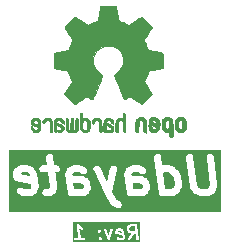
<source format=gbo>
G04 #@! TF.GenerationSoftware,KiCad,Pcbnew,9.0.4*
G04 #@! TF.CreationDate,2025-09-12T00:15:02+05:30*
G04 #@! TF.ProjectId,Udayate,55646179-6174-4652-9e6b-696361645f70,1*
G04 #@! TF.SameCoordinates,Original*
G04 #@! TF.FileFunction,Legend,Bot*
G04 #@! TF.FilePolarity,Positive*
%FSLAX46Y46*%
G04 Gerber Fmt 4.6, Leading zero omitted, Abs format (unit mm)*
G04 Created by KiCad (PCBNEW 9.0.4) date 2025-09-12 00:15:02*
%MOMM*%
%LPD*%
G01*
G04 APERTURE LIST*
%ADD10C,0.600000*%
%ADD11C,0.200000*%
%ADD12C,0.010000*%
%ADD13R,1.700000X1.700000*%
%ADD14C,1.700000*%
%ADD15C,3.200000*%
%ADD16C,0.650000*%
%ADD17O,2.304000X1.254000*%
%ADD18O,2.054000X1.154000*%
%ADD19O,2.104000X1.204000*%
G04 APERTURE END LIST*
D10*
G36*
X141933364Y-100928372D02*
G01*
X142030074Y-101083107D01*
X142041922Y-101177891D01*
X141198935Y-101013405D01*
X141239245Y-100905913D01*
X141340977Y-100851657D01*
X141770344Y-100851657D01*
X141933364Y-100928372D01*
G37*
G36*
X146469078Y-101785514D02*
G01*
X146565788Y-101940251D01*
X146584126Y-102086953D01*
X146542709Y-102197399D01*
X146440978Y-102251657D01*
X145868754Y-102251657D01*
X145775315Y-102207686D01*
X145712955Y-101708800D01*
X146306059Y-101708800D01*
X146469078Y-101785514D01*
G37*
G36*
X151469078Y-101785514D02*
G01*
X151565788Y-101940251D01*
X151584126Y-102086953D01*
X151542709Y-102197399D01*
X151440978Y-102251657D01*
X150868754Y-102251657D01*
X150775315Y-102207686D01*
X150712955Y-101708800D01*
X151306059Y-101708800D01*
X151469078Y-101785514D01*
G37*
G36*
X153974045Y-100947515D02*
G01*
X154070150Y-101032942D01*
X154190789Y-101225964D01*
X154280556Y-101944095D01*
X154218536Y-102109482D01*
X154165643Y-102169930D01*
X154012407Y-102251657D01*
X153583040Y-102251657D01*
X153489601Y-102207686D01*
X153321403Y-100862096D01*
X153340978Y-100851657D01*
X153770345Y-100851657D01*
X153974045Y-100947515D01*
G37*
G36*
X158220732Y-104184657D02*
G01*
X140257651Y-104184657D01*
X140257651Y-100978264D01*
X140590984Y-100978264D01*
X140591492Y-100986884D01*
X140591150Y-100990404D01*
X140592001Y-100995525D01*
X140593294Y-101017438D01*
X140629008Y-101303152D01*
X140632311Y-101320345D01*
X140632671Y-101325542D01*
X140634120Y-101329760D01*
X140636412Y-101341689D01*
X140648061Y-101370342D01*
X140658115Y-101399609D01*
X140662768Y-101406519D01*
X140665907Y-101414238D01*
X140684583Y-101438910D01*
X140701863Y-101464567D01*
X140708146Y-101470036D01*
X140713175Y-101476680D01*
X140737593Y-101495672D01*
X140760931Y-101515989D01*
X140768417Y-101519647D01*
X140774994Y-101524762D01*
X140803503Y-101536790D01*
X140831296Y-101550370D01*
X140843041Y-101553471D01*
X140847150Y-101555205D01*
X140852307Y-101555918D01*
X140869238Y-101560389D01*
X142120247Y-101804489D01*
X142155555Y-102086952D01*
X142114137Y-102197399D01*
X142012406Y-102251657D01*
X141583039Y-102251657D01*
X141340145Y-102137354D01*
X141303621Y-102123004D01*
X141226544Y-102109133D01*
X141148503Y-102115685D01*
X141074816Y-102142212D01*
X141010506Y-102186907D01*
X140959956Y-102246723D01*
X140926610Y-102317585D01*
X140912739Y-102394662D01*
X140919291Y-102472703D01*
X140945818Y-102546390D01*
X140990513Y-102610700D01*
X141050329Y-102661250D01*
X141084667Y-102680246D01*
X141388238Y-102823103D01*
X141397722Y-102826829D01*
X141401172Y-102828821D01*
X141406264Y-102830185D01*
X141424762Y-102837453D01*
X141451032Y-102842180D01*
X141476819Y-102849090D01*
X141496648Y-102850389D01*
X141501839Y-102851324D01*
X141505810Y-102850990D01*
X141515977Y-102851657D01*
X142087406Y-102851657D01*
X142111581Y-102850072D01*
X142116538Y-102850239D01*
X142119488Y-102849553D01*
X142126564Y-102849090D01*
X142159561Y-102840248D01*
X142192823Y-102832525D01*
X142199281Y-102829605D01*
X142202211Y-102828821D01*
X142206510Y-102826338D01*
X142228582Y-102816363D01*
X142496439Y-102673506D01*
X142509443Y-102665435D01*
X142513990Y-102663369D01*
X142517724Y-102660296D01*
X142529782Y-102652814D01*
X142551502Y-102632508D01*
X142574469Y-102613614D01*
X142580019Y-102605848D01*
X142586991Y-102599331D01*
X142602718Y-102574090D01*
X142620009Y-102549900D01*
X142625849Y-102536968D01*
X142628408Y-102532863D01*
X142629862Y-102528084D01*
X142636162Y-102514137D01*
X142743305Y-102228422D01*
X142749650Y-102207412D01*
X142751670Y-102202626D01*
X142752154Y-102199120D01*
X142754651Y-102190856D01*
X142757860Y-102157866D01*
X142762399Y-102125049D01*
X142761890Y-102116433D01*
X142762234Y-102112908D01*
X142761380Y-102107777D01*
X142760089Y-102085875D01*
X142617232Y-100943018D01*
X142615556Y-100934296D01*
X142615430Y-100930685D01*
X142613903Y-100925695D01*
X142609828Y-100904480D01*
X142600088Y-100880524D01*
X142592525Y-100855794D01*
X142582297Y-100836763D01*
X142580333Y-100831932D01*
X142578152Y-100829051D01*
X142573948Y-100821228D01*
X142395376Y-100535514D01*
X142378805Y-100512499D01*
X142825687Y-100512499D01*
X142825687Y-100590815D01*
X142845956Y-100666462D01*
X142885114Y-100734285D01*
X142940492Y-100789663D01*
X143008315Y-100828821D01*
X143083962Y-100849090D01*
X143123120Y-100851657D01*
X143572572Y-100851657D01*
X143726984Y-102086952D01*
X143685566Y-102197399D01*
X143583835Y-102251657D01*
X143373120Y-102251657D01*
X143333962Y-102254224D01*
X143258315Y-102274493D01*
X143190492Y-102313651D01*
X143135114Y-102369029D01*
X143095956Y-102436852D01*
X143075687Y-102512499D01*
X143075687Y-102590815D01*
X143095956Y-102666462D01*
X143135114Y-102734285D01*
X143190492Y-102789663D01*
X143258315Y-102828821D01*
X143333962Y-102849090D01*
X143373120Y-102851657D01*
X143658835Y-102851657D01*
X143683010Y-102850072D01*
X143687967Y-102850239D01*
X143690917Y-102849553D01*
X143697993Y-102849090D01*
X143730990Y-102840248D01*
X143764252Y-102832525D01*
X143770710Y-102829605D01*
X143773640Y-102828821D01*
X143777939Y-102826338D01*
X143800011Y-102816363D01*
X144067868Y-102673506D01*
X144080872Y-102665435D01*
X144085419Y-102663369D01*
X144089153Y-102660296D01*
X144101211Y-102652814D01*
X144122931Y-102632508D01*
X144145898Y-102613614D01*
X144151448Y-102605848D01*
X144158420Y-102599331D01*
X144174147Y-102574090D01*
X144191438Y-102549900D01*
X144197278Y-102536968D01*
X144199837Y-102532863D01*
X144201291Y-102528084D01*
X144207591Y-102514137D01*
X144314734Y-102228422D01*
X144321082Y-102207401D01*
X144323098Y-102202625D01*
X144323581Y-102199127D01*
X144326080Y-102190856D01*
X144329290Y-102157852D01*
X144333828Y-102125048D01*
X144333320Y-102116433D01*
X144333663Y-102112908D01*
X144332809Y-102107777D01*
X144331518Y-102085874D01*
X144193067Y-100978264D01*
X145019556Y-100978264D01*
X145020064Y-100986884D01*
X145019722Y-100990404D01*
X145020573Y-100995525D01*
X145021866Y-101017438D01*
X145218295Y-102588867D01*
X145225699Y-102627404D01*
X145255194Y-102699953D01*
X145302462Y-102762396D01*
X145364281Y-102810477D01*
X145436438Y-102840920D01*
X145514014Y-102851650D01*
X145591726Y-102841936D01*
X145657311Y-102815271D01*
X145673953Y-102823103D01*
X145683437Y-102826829D01*
X145686887Y-102828821D01*
X145691979Y-102830185D01*
X145710477Y-102837453D01*
X145736747Y-102842180D01*
X145762534Y-102849090D01*
X145782363Y-102850389D01*
X145787554Y-102851324D01*
X145791525Y-102850990D01*
X145801692Y-102851657D01*
X146515978Y-102851657D01*
X146540153Y-102850072D01*
X146545110Y-102850239D01*
X146548060Y-102849553D01*
X146555136Y-102849090D01*
X146588133Y-102840248D01*
X146621395Y-102832525D01*
X146627853Y-102829605D01*
X146630783Y-102828821D01*
X146635082Y-102826338D01*
X146657154Y-102816363D01*
X146925011Y-102673506D01*
X146938015Y-102665435D01*
X146942562Y-102663369D01*
X146946296Y-102660296D01*
X146958354Y-102652814D01*
X146980074Y-102632508D01*
X147003041Y-102613614D01*
X147008591Y-102605848D01*
X147015563Y-102599331D01*
X147031290Y-102574090D01*
X147048581Y-102549900D01*
X147054421Y-102536968D01*
X147056980Y-102532863D01*
X147058434Y-102528084D01*
X147064734Y-102514137D01*
X147171877Y-102228422D01*
X147178223Y-102207409D01*
X147180242Y-102202625D01*
X147180726Y-102199121D01*
X147183223Y-102190856D01*
X147186432Y-102157862D01*
X147190971Y-102125048D01*
X147190463Y-102116433D01*
X147190806Y-102112908D01*
X147189952Y-102107777D01*
X147188661Y-102085874D01*
X147152946Y-101800160D01*
X147151270Y-101791438D01*
X147151144Y-101787829D01*
X147149618Y-101782841D01*
X147145542Y-101761623D01*
X147135801Y-101737663D01*
X147128239Y-101712938D01*
X147118013Y-101693910D01*
X147116047Y-101689074D01*
X147113864Y-101686191D01*
X147109662Y-101678371D01*
X146931092Y-101392657D01*
X146908161Y-101360812D01*
X146902784Y-101355799D01*
X146898586Y-101349758D01*
X146874217Y-101329164D01*
X146850880Y-101307406D01*
X146844383Y-101303952D01*
X146838769Y-101299208D01*
X146804431Y-101280211D01*
X146500860Y-101137354D01*
X146491375Y-101133627D01*
X146487926Y-101131636D01*
X146482833Y-101130271D01*
X146464336Y-101123004D01*
X146438065Y-101118276D01*
X146412279Y-101111367D01*
X146392449Y-101110067D01*
X146387259Y-101109133D01*
X146383287Y-101109466D01*
X146373121Y-101108800D01*
X145725895Y-101108800D01*
X145632458Y-101064829D01*
X145626399Y-101016360D01*
X145667817Y-100905913D01*
X145769549Y-100851657D01*
X146198916Y-100851657D01*
X146441810Y-100965960D01*
X146478334Y-100980310D01*
X146555411Y-100994181D01*
X146633452Y-100987629D01*
X146707139Y-100961102D01*
X146771449Y-100916407D01*
X146821999Y-100856591D01*
X146855345Y-100785729D01*
X146869216Y-100708652D01*
X146862664Y-100630611D01*
X146840346Y-100568616D01*
X147395029Y-100568616D01*
X147409624Y-100645560D01*
X147424318Y-100681947D01*
X148388604Y-102681947D01*
X148391135Y-102686422D01*
X148393216Y-102691107D01*
X148768216Y-103405392D01*
X148788690Y-103438869D01*
X148798778Y-103449802D01*
X148806963Y-103462230D01*
X148834525Y-103490164D01*
X148995239Y-103633022D01*
X149026211Y-103657119D01*
X149029587Y-103658812D01*
X149032472Y-103661250D01*
X149066810Y-103680246D01*
X149370381Y-103823103D01*
X149406905Y-103837453D01*
X149483982Y-103851324D01*
X149562023Y-103844772D01*
X149635710Y-103818245D01*
X149700020Y-103773550D01*
X149750570Y-103713734D01*
X149783916Y-103642872D01*
X149797787Y-103565795D01*
X149791235Y-103487754D01*
X149764708Y-103414067D01*
X149720014Y-103349758D01*
X149660197Y-103299208D01*
X149625859Y-103280211D01*
X149361482Y-103155798D01*
X149274027Y-103078059D01*
X148976271Y-102510907D01*
X149332063Y-100978264D01*
X150019556Y-100978264D01*
X150020064Y-100986884D01*
X150019722Y-100990404D01*
X150020573Y-100995525D01*
X150021866Y-101017438D01*
X150218295Y-102588867D01*
X150225699Y-102627404D01*
X150255194Y-102699953D01*
X150302462Y-102762396D01*
X150364281Y-102810477D01*
X150436438Y-102840920D01*
X150514014Y-102851650D01*
X150591726Y-102841936D01*
X150657311Y-102815271D01*
X150673953Y-102823103D01*
X150683437Y-102826829D01*
X150686887Y-102828821D01*
X150691979Y-102830185D01*
X150710477Y-102837453D01*
X150736747Y-102842180D01*
X150762534Y-102849090D01*
X150782363Y-102850389D01*
X150787554Y-102851324D01*
X150791525Y-102850990D01*
X150801692Y-102851657D01*
X151515978Y-102851657D01*
X151540153Y-102850072D01*
X151545110Y-102850239D01*
X151548060Y-102849553D01*
X151555136Y-102849090D01*
X151588133Y-102840248D01*
X151621395Y-102832525D01*
X151627853Y-102829605D01*
X151630783Y-102828821D01*
X151635082Y-102826338D01*
X151657154Y-102816363D01*
X151925011Y-102673506D01*
X151938015Y-102665435D01*
X151942562Y-102663369D01*
X151946296Y-102660296D01*
X151958354Y-102652814D01*
X151980074Y-102632508D01*
X152003041Y-102613614D01*
X152008591Y-102605848D01*
X152015563Y-102599331D01*
X152031290Y-102574090D01*
X152048581Y-102549900D01*
X152054421Y-102536968D01*
X152056980Y-102532863D01*
X152058434Y-102528084D01*
X152064734Y-102514137D01*
X152171877Y-102228422D01*
X152178223Y-102207409D01*
X152180242Y-102202625D01*
X152180726Y-102199121D01*
X152183223Y-102190856D01*
X152186432Y-102157862D01*
X152190971Y-102125048D01*
X152190463Y-102116433D01*
X152190806Y-102112908D01*
X152189952Y-102107777D01*
X152188661Y-102085874D01*
X152152946Y-101800160D01*
X152151270Y-101791438D01*
X152151144Y-101787829D01*
X152149618Y-101782841D01*
X152145542Y-101761623D01*
X152135801Y-101737663D01*
X152128239Y-101712938D01*
X152118013Y-101693910D01*
X152116047Y-101689074D01*
X152113864Y-101686191D01*
X152109662Y-101678371D01*
X151931092Y-101392657D01*
X151908161Y-101360812D01*
X151902784Y-101355799D01*
X151898586Y-101349758D01*
X151874217Y-101329164D01*
X151850880Y-101307406D01*
X151844383Y-101303952D01*
X151838769Y-101299208D01*
X151804431Y-101280211D01*
X151500860Y-101137354D01*
X151491375Y-101133627D01*
X151487926Y-101131636D01*
X151482833Y-101130271D01*
X151464336Y-101123004D01*
X151438065Y-101118276D01*
X151412279Y-101111367D01*
X151392449Y-101110067D01*
X151387259Y-101109133D01*
X151383287Y-101109466D01*
X151373121Y-101108800D01*
X150725895Y-101108800D01*
X150632458Y-101064829D01*
X150626399Y-101016360D01*
X150667817Y-100905913D01*
X150769549Y-100851657D01*
X151198916Y-100851657D01*
X151441810Y-100965960D01*
X151478334Y-100980310D01*
X151555411Y-100994181D01*
X151633452Y-100987629D01*
X151707139Y-100961102D01*
X151771449Y-100916407D01*
X151821999Y-100856591D01*
X151855345Y-100785729D01*
X151869216Y-100708652D01*
X151862664Y-100630611D01*
X151836137Y-100556924D01*
X151791443Y-100492615D01*
X151731626Y-100442065D01*
X151697288Y-100423068D01*
X151393717Y-100280211D01*
X151384232Y-100276484D01*
X151380783Y-100274493D01*
X151375690Y-100273128D01*
X151357193Y-100265861D01*
X151330922Y-100261133D01*
X151305136Y-100254224D01*
X151285306Y-100252924D01*
X151280116Y-100251990D01*
X151276144Y-100252323D01*
X151265978Y-100251657D01*
X150694549Y-100251657D01*
X150670373Y-100253241D01*
X150665417Y-100253075D01*
X150662466Y-100253760D01*
X150655391Y-100254224D01*
X150622393Y-100263065D01*
X150589132Y-100270789D01*
X150582672Y-100273708D01*
X150579744Y-100274493D01*
X150575445Y-100276974D01*
X150553372Y-100286951D01*
X150285516Y-100429808D01*
X150272515Y-100437875D01*
X150267965Y-100439944D01*
X150264227Y-100443018D01*
X150252172Y-100450500D01*
X150230447Y-100470809D01*
X150207486Y-100489700D01*
X150201937Y-100497462D01*
X150194963Y-100503983D01*
X150179234Y-100529225D01*
X150161946Y-100553413D01*
X150156104Y-100566346D01*
X150153547Y-100570451D01*
X150152093Y-100575228D01*
X150145793Y-100589177D01*
X150038650Y-100874891D01*
X150032305Y-100895898D01*
X150030285Y-100900688D01*
X150029799Y-100904196D01*
X150027305Y-100912457D01*
X150024097Y-100945424D01*
X150019556Y-100978264D01*
X149332063Y-100978264D01*
X149415349Y-100619496D01*
X149421703Y-100580772D01*
X149419065Y-100502501D01*
X149396259Y-100427580D01*
X149354838Y-100361114D01*
X149297626Y-100307633D01*
X149228522Y-100270783D01*
X149152235Y-100253074D01*
X149073964Y-100255712D01*
X148999043Y-100278518D01*
X148932577Y-100319939D01*
X148879096Y-100377151D01*
X148842246Y-100446255D01*
X148830891Y-100483818D01*
X148559191Y-101654219D01*
X147964780Y-100421367D01*
X147945461Y-100387210D01*
X147894350Y-100327872D01*
X147829622Y-100283786D01*
X147755689Y-100257953D01*
X147677590Y-100252137D01*
X147600646Y-100266732D01*
X147530102Y-100300745D01*
X147470764Y-100351856D01*
X147426678Y-100416584D01*
X147400845Y-100490517D01*
X147395029Y-100568616D01*
X146840346Y-100568616D01*
X146836137Y-100556924D01*
X146791443Y-100492615D01*
X146731626Y-100442065D01*
X146697288Y-100423068D01*
X146393717Y-100280211D01*
X146384232Y-100276484D01*
X146380783Y-100274493D01*
X146375690Y-100273128D01*
X146357193Y-100265861D01*
X146330922Y-100261133D01*
X146305136Y-100254224D01*
X146285306Y-100252924D01*
X146280116Y-100251990D01*
X146276144Y-100252323D01*
X146265978Y-100251657D01*
X145694549Y-100251657D01*
X145670373Y-100253241D01*
X145665417Y-100253075D01*
X145662466Y-100253760D01*
X145655391Y-100254224D01*
X145622393Y-100263065D01*
X145589132Y-100270789D01*
X145582672Y-100273708D01*
X145579744Y-100274493D01*
X145575445Y-100276974D01*
X145553372Y-100286951D01*
X145285516Y-100429808D01*
X145272515Y-100437875D01*
X145267965Y-100439944D01*
X145264227Y-100443018D01*
X145252172Y-100450500D01*
X145230447Y-100470809D01*
X145207486Y-100489700D01*
X145201937Y-100497462D01*
X145194963Y-100503983D01*
X145179234Y-100529225D01*
X145161946Y-100553413D01*
X145156104Y-100566346D01*
X145153547Y-100570451D01*
X145152093Y-100575228D01*
X145145793Y-100589177D01*
X145038650Y-100874891D01*
X145032305Y-100895898D01*
X145030285Y-100900688D01*
X145029799Y-100904196D01*
X145027305Y-100912457D01*
X145024097Y-100945424D01*
X145019556Y-100978264D01*
X144193067Y-100978264D01*
X144177241Y-100851657D01*
X144265977Y-100851657D01*
X144305135Y-100849090D01*
X144380782Y-100828821D01*
X144448605Y-100789663D01*
X144503983Y-100734285D01*
X144543141Y-100666462D01*
X144563410Y-100590815D01*
X144563410Y-100512499D01*
X144543141Y-100436852D01*
X144503983Y-100369029D01*
X144448605Y-100313651D01*
X144380782Y-100274493D01*
X144305135Y-100254224D01*
X144265977Y-100251657D01*
X144102240Y-100251657D01*
X144014495Y-99549693D01*
X152555271Y-99549693D01*
X152557581Y-99588867D01*
X152932581Y-102588868D01*
X152939985Y-102627405D01*
X152969480Y-102699954D01*
X153016748Y-102762396D01*
X153078567Y-102810478D01*
X153150724Y-102840921D01*
X153228300Y-102851650D01*
X153306012Y-102841937D01*
X153371597Y-102815271D01*
X153388239Y-102823103D01*
X153397723Y-102826829D01*
X153401173Y-102828821D01*
X153406265Y-102830185D01*
X153424763Y-102837453D01*
X153451033Y-102842180D01*
X153476820Y-102849090D01*
X153496649Y-102850389D01*
X153501840Y-102851324D01*
X153505811Y-102850990D01*
X153515978Y-102851657D01*
X154087407Y-102851657D01*
X154111582Y-102850072D01*
X154116539Y-102850239D01*
X154119489Y-102849553D01*
X154126565Y-102849090D01*
X154159562Y-102840248D01*
X154192824Y-102832525D01*
X154199282Y-102829605D01*
X154202212Y-102828821D01*
X154206511Y-102826338D01*
X154228583Y-102816363D01*
X154496440Y-102673506D01*
X154529783Y-102652814D01*
X154540794Y-102642519D01*
X154553320Y-102634130D01*
X154581038Y-102606351D01*
X154706038Y-102463492D01*
X154729892Y-102432333D01*
X154736415Y-102419067D01*
X154745010Y-102407043D01*
X154761163Y-102371279D01*
X154868306Y-102085565D01*
X154874654Y-102064544D01*
X154876670Y-102059768D01*
X154877153Y-102056270D01*
X154879652Y-102047999D01*
X154882862Y-102014994D01*
X154887400Y-101982191D01*
X154886892Y-101973577D01*
X154887235Y-101970052D01*
X154886381Y-101964922D01*
X154885090Y-101943017D01*
X154777947Y-101085875D01*
X154776271Y-101077153D01*
X154776145Y-101073542D01*
X154774618Y-101068552D01*
X154770543Y-101047337D01*
X154760803Y-101023381D01*
X154753240Y-100998651D01*
X154743012Y-100979620D01*
X154741048Y-100974789D01*
X154738867Y-100971908D01*
X154734663Y-100964085D01*
X154556091Y-100678371D01*
X154533161Y-100646525D01*
X154530535Y-100644077D01*
X154528563Y-100641082D01*
X154501001Y-100613148D01*
X154340287Y-100470291D01*
X154309315Y-100446195D01*
X154305938Y-100444501D01*
X154303055Y-100442065D01*
X154268717Y-100423068D01*
X153965146Y-100280211D01*
X153955661Y-100276484D01*
X153952212Y-100274493D01*
X153947119Y-100273128D01*
X153928622Y-100265861D01*
X153902351Y-100261133D01*
X153876565Y-100254224D01*
X153856735Y-100252924D01*
X153851545Y-100251990D01*
X153847573Y-100252323D01*
X153837407Y-100251657D01*
X153265978Y-100251657D01*
X153245267Y-100253014D01*
X153157353Y-99549693D01*
X155269556Y-99549693D01*
X155271866Y-99588867D01*
X155575438Y-102017439D01*
X155577113Y-102026160D01*
X155577240Y-102029770D01*
X155578765Y-102034757D01*
X155582842Y-102055976D01*
X155592582Y-102079935D01*
X155600145Y-102104661D01*
X155610372Y-102123692D01*
X155612337Y-102128525D01*
X155614516Y-102131404D01*
X155618721Y-102139228D01*
X155797292Y-102424941D01*
X155820223Y-102456787D01*
X155822846Y-102459232D01*
X155824820Y-102462230D01*
X155852382Y-102490164D01*
X156013096Y-102633022D01*
X156044068Y-102657119D01*
X156047444Y-102658812D01*
X156050329Y-102661250D01*
X156084667Y-102680246D01*
X156388239Y-102823103D01*
X156397724Y-102826830D01*
X156401173Y-102828821D01*
X156406261Y-102830184D01*
X156424763Y-102837454D01*
X156451040Y-102842182D01*
X156476820Y-102849090D01*
X156496650Y-102850389D01*
X156501841Y-102851324D01*
X156505812Y-102850990D01*
X156515978Y-102851657D01*
X157087406Y-102851657D01*
X157111580Y-102850072D01*
X157116537Y-102850239D01*
X157119487Y-102849553D01*
X157126564Y-102849090D01*
X157159564Y-102840247D01*
X157192823Y-102832525D01*
X157199281Y-102829605D01*
X157202211Y-102828821D01*
X157206510Y-102826338D01*
X157228582Y-102816363D01*
X157496440Y-102673506D01*
X157529783Y-102652814D01*
X157540794Y-102642519D01*
X157553320Y-102634130D01*
X157581038Y-102606351D01*
X157706038Y-102463492D01*
X157729892Y-102432333D01*
X157736416Y-102419064D01*
X157745010Y-102407042D01*
X157761163Y-102371278D01*
X157868305Y-102085565D01*
X157874648Y-102064560D01*
X157876670Y-102059769D01*
X157877155Y-102056259D01*
X157879650Y-102047999D01*
X157882856Y-102015033D01*
X157887399Y-101982192D01*
X157886890Y-101973570D01*
X157887233Y-101970051D01*
X157886381Y-101964929D01*
X157885089Y-101943018D01*
X157581518Y-99514447D01*
X157574114Y-99475909D01*
X157544619Y-99403361D01*
X157497351Y-99340918D01*
X157435532Y-99292837D01*
X157363376Y-99262393D01*
X157285799Y-99251664D01*
X157208087Y-99261378D01*
X157135539Y-99290873D01*
X157073096Y-99338141D01*
X157025015Y-99399960D01*
X156994571Y-99472116D01*
X156983842Y-99549693D01*
X156986152Y-99588867D01*
X157280555Y-101944097D01*
X157218536Y-102109481D01*
X157165643Y-102169931D01*
X157012407Y-102251657D01*
X156583040Y-102251657D01*
X156379338Y-102155798D01*
X156283234Y-102070371D01*
X156162595Y-101877346D01*
X155867232Y-99514447D01*
X155859828Y-99475909D01*
X155830333Y-99403361D01*
X155783065Y-99340918D01*
X155721246Y-99292837D01*
X155649089Y-99262393D01*
X155571513Y-99251664D01*
X155493801Y-99261378D01*
X155421253Y-99290873D01*
X155358810Y-99338141D01*
X155310729Y-99399960D01*
X155280285Y-99472117D01*
X155269556Y-99549693D01*
X153157353Y-99549693D01*
X153152947Y-99514447D01*
X153145543Y-99475909D01*
X153116048Y-99403361D01*
X153068780Y-99340918D01*
X153006961Y-99292837D01*
X152934804Y-99262393D01*
X152857228Y-99251664D01*
X152779516Y-99261378D01*
X152706968Y-99290873D01*
X152644525Y-99338141D01*
X152596444Y-99399960D01*
X152566000Y-99472117D01*
X152555271Y-99549693D01*
X144014495Y-99549693D01*
X144010089Y-99514447D01*
X144002685Y-99475909D01*
X143973190Y-99403361D01*
X143925922Y-99340918D01*
X143864103Y-99292837D01*
X143791946Y-99262393D01*
X143714370Y-99251664D01*
X143636658Y-99261378D01*
X143564110Y-99290873D01*
X143501667Y-99338141D01*
X143453586Y-99399960D01*
X143423142Y-99472117D01*
X143412413Y-99549693D01*
X143414723Y-99588867D01*
X143497572Y-100251657D01*
X143123120Y-100251657D01*
X143083962Y-100254224D01*
X143008315Y-100274493D01*
X142940492Y-100313651D01*
X142885114Y-100369029D01*
X142845956Y-100436852D01*
X142825687Y-100512499D01*
X142378805Y-100512499D01*
X142372446Y-100503668D01*
X142367067Y-100498653D01*
X142362871Y-100492615D01*
X142338507Y-100472025D01*
X142315165Y-100450263D01*
X142308668Y-100446809D01*
X142303054Y-100442065D01*
X142268716Y-100423068D01*
X141965145Y-100280211D01*
X141955660Y-100276484D01*
X141952211Y-100274493D01*
X141947118Y-100273128D01*
X141928621Y-100265861D01*
X141902350Y-100261133D01*
X141876564Y-100254224D01*
X141856734Y-100252924D01*
X141851544Y-100251990D01*
X141847572Y-100252323D01*
X141837406Y-100251657D01*
X141265977Y-100251657D01*
X141241801Y-100253241D01*
X141236845Y-100253075D01*
X141233894Y-100253760D01*
X141226819Y-100254224D01*
X141193821Y-100263065D01*
X141160560Y-100270789D01*
X141154100Y-100273708D01*
X141151172Y-100274493D01*
X141146873Y-100276974D01*
X141124800Y-100286951D01*
X140856944Y-100429808D01*
X140843943Y-100437875D01*
X140839393Y-100439944D01*
X140835655Y-100443018D01*
X140823600Y-100450500D01*
X140801875Y-100470809D01*
X140778914Y-100489700D01*
X140773365Y-100497462D01*
X140766391Y-100503983D01*
X140750662Y-100529225D01*
X140733374Y-100553413D01*
X140727532Y-100566346D01*
X140724975Y-100570451D01*
X140723521Y-100575228D01*
X140717221Y-100589177D01*
X140610078Y-100874891D01*
X140603732Y-100895903D01*
X140601714Y-100900687D01*
X140601229Y-100904190D01*
X140598733Y-100912457D01*
X140595524Y-100945433D01*
X140590984Y-100978264D01*
X140257651Y-100978264D01*
X140257651Y-98918331D01*
X158220732Y-98918331D01*
X158220732Y-104184657D01*
G37*
D11*
G36*
X149777788Y-105827837D02*
G01*
X149821930Y-105898464D01*
X149830641Y-105968153D01*
X149451522Y-105894179D01*
X149449276Y-105876213D01*
X149470225Y-105820351D01*
X149521993Y-105792742D01*
X149703210Y-105792742D01*
X149777788Y-105827837D01*
G37*
G36*
X150955143Y-105821314D02*
G01*
X150633633Y-105821314D01*
X150545494Y-105779837D01*
X150502745Y-105741838D01*
X150450627Y-105658450D01*
X150434990Y-105533356D01*
X150462807Y-105459180D01*
X150488770Y-105429507D01*
X150557707Y-105392742D01*
X150901572Y-105392742D01*
X150955143Y-105821314D01*
G37*
G36*
X151372924Y-106726075D02*
G01*
X145651295Y-106726075D01*
X145651295Y-106473233D01*
X145784628Y-106473233D01*
X145784628Y-106512251D01*
X145799560Y-106548299D01*
X145827150Y-106575889D01*
X145863198Y-106590821D01*
X145882707Y-106592742D01*
X146568421Y-106592742D01*
X146587930Y-106590821D01*
X146623978Y-106575889D01*
X146651568Y-106548299D01*
X146666500Y-106512251D01*
X146666500Y-106473233D01*
X146651568Y-106437185D01*
X146637041Y-106422658D01*
X147833548Y-106422658D01*
X147834823Y-106441794D01*
X147835944Y-106460836D01*
X147836116Y-106461191D01*
X147836143Y-106461590D01*
X147844617Y-106478725D01*
X147852966Y-106495945D01*
X147853326Y-106496334D01*
X147853440Y-106496565D01*
X147853957Y-106497017D01*
X147866271Y-106510342D01*
X147930557Y-106567484D01*
X147946415Y-106579009D01*
X147946791Y-106579139D01*
X147947089Y-106579400D01*
X147949864Y-106580338D01*
X147952178Y-106582138D01*
X147967883Y-106586456D01*
X147983278Y-106591797D01*
X147983673Y-106591773D01*
X147984050Y-106591901D01*
X147986974Y-106591706D01*
X147989800Y-106592483D01*
X148005967Y-106590461D01*
X148022229Y-106589505D01*
X148022584Y-106589332D01*
X148022982Y-106589306D01*
X148025610Y-106588006D01*
X148028517Y-106587643D01*
X148042668Y-106579595D01*
X148057338Y-106572483D01*
X148057601Y-106572186D01*
X148057958Y-106572010D01*
X148060956Y-106569195D01*
X148062434Y-106568355D01*
X148064010Y-106566327D01*
X148072250Y-106558593D01*
X148122250Y-106501451D01*
X148132792Y-106486705D01*
X148133260Y-106486179D01*
X148133346Y-106485930D01*
X148133651Y-106485504D01*
X148139752Y-106467463D01*
X148146048Y-106449316D01*
X148146024Y-106448918D01*
X148146152Y-106448542D01*
X148144880Y-106429467D01*
X148143757Y-106410365D01*
X148143583Y-106410006D01*
X148143557Y-106409611D01*
X148135096Y-106392502D01*
X148126735Y-106375256D01*
X148126375Y-106374867D01*
X148126261Y-106374635D01*
X148125739Y-106374178D01*
X148113430Y-106360859D01*
X148049143Y-106303716D01*
X148033286Y-106292191D01*
X148032911Y-106292061D01*
X148032611Y-106291798D01*
X148029833Y-106290858D01*
X148027522Y-106289061D01*
X148011815Y-106284742D01*
X147996423Y-106279402D01*
X147996025Y-106279425D01*
X147995649Y-106279298D01*
X147992725Y-106279492D01*
X147989900Y-106278716D01*
X147973733Y-106280736D01*
X147957472Y-106281693D01*
X147957114Y-106281866D01*
X147956717Y-106281893D01*
X147954091Y-106283191D01*
X147951183Y-106283555D01*
X147937018Y-106291610D01*
X147922363Y-106298716D01*
X147922099Y-106299012D01*
X147921742Y-106299189D01*
X147918746Y-106302001D01*
X147917266Y-106302843D01*
X147915687Y-106304872D01*
X147907449Y-106312606D01*
X147857449Y-106369750D01*
X147846902Y-106384501D01*
X147846440Y-106385022D01*
X147846354Y-106385268D01*
X147846048Y-106385697D01*
X147839920Y-106403814D01*
X147833652Y-106421885D01*
X147833675Y-106422281D01*
X147833548Y-106422658D01*
X146637041Y-106422658D01*
X146623978Y-106409595D01*
X146587930Y-106394663D01*
X146568421Y-106392742D01*
X146313842Y-106392742D01*
X146239010Y-105794086D01*
X147754977Y-105794086D01*
X147756248Y-105813164D01*
X147757372Y-105832263D01*
X147757545Y-105832620D01*
X147757572Y-105833018D01*
X147766046Y-105850153D01*
X147774395Y-105867372D01*
X147774753Y-105867760D01*
X147774869Y-105867993D01*
X147775391Y-105868449D01*
X147787700Y-105881769D01*
X147851986Y-105938912D01*
X147867843Y-105950437D01*
X147868218Y-105950567D01*
X147868519Y-105950830D01*
X147871295Y-105951768D01*
X147873607Y-105953567D01*
X147889313Y-105957885D01*
X147904706Y-105963226D01*
X147905103Y-105963202D01*
X147905480Y-105963330D01*
X147908403Y-105963135D01*
X147911229Y-105963912D01*
X147927389Y-105961891D01*
X147943657Y-105960935D01*
X147944014Y-105960761D01*
X147944412Y-105960735D01*
X147947040Y-105959435D01*
X147949946Y-105959072D01*
X147964098Y-105951023D01*
X147978766Y-105943912D01*
X147979030Y-105943614D01*
X147979387Y-105943438D01*
X147982382Y-105940625D01*
X147983863Y-105939784D01*
X147985441Y-105937754D01*
X147993680Y-105930021D01*
X148043680Y-105872878D01*
X148054222Y-105858131D01*
X148054689Y-105857607D01*
X148054775Y-105857358D01*
X148055081Y-105856931D01*
X148061188Y-105838872D01*
X148067477Y-105820744D01*
X148067453Y-105820345D01*
X148067581Y-105819969D01*
X148066309Y-105800886D01*
X148065186Y-105781793D01*
X148065012Y-105781435D01*
X148064986Y-105781038D01*
X148056501Y-105763879D01*
X148048164Y-105746684D01*
X148047806Y-105746296D01*
X148047690Y-105746062D01*
X148047163Y-105745601D01*
X148034859Y-105732287D01*
X147974695Y-105678809D01*
X148255111Y-105678809D01*
X148257317Y-105717765D01*
X148264059Y-105736172D01*
X148649774Y-106536172D01*
X148659977Y-106552911D01*
X148664047Y-106556545D01*
X148666931Y-106561172D01*
X148678482Y-106569433D01*
X148689083Y-106578897D01*
X148694232Y-106580696D01*
X148698669Y-106583869D01*
X148712508Y-106587081D01*
X148725918Y-106591767D01*
X148731363Y-106591458D01*
X148736676Y-106592692D01*
X148750682Y-106590365D01*
X148764874Y-106589562D01*
X148769791Y-106587190D01*
X148775167Y-106586298D01*
X148787214Y-106578790D01*
X148800020Y-106572616D01*
X148803654Y-106568545D01*
X148808281Y-106565662D01*
X148816542Y-106554110D01*
X148826006Y-106543510D01*
X148827805Y-106538360D01*
X148830978Y-106533924D01*
X148837261Y-106515355D01*
X148990098Y-105856978D01*
X149247252Y-105856978D01*
X149247765Y-105876575D01*
X149262051Y-105990860D01*
X149266377Y-106009980D01*
X149268270Y-106013309D01*
X149269031Y-106017062D01*
X149277854Y-106030163D01*
X149285665Y-106043898D01*
X149288688Y-106046249D01*
X149290827Y-106049425D01*
X149303991Y-106058152D01*
X149316464Y-106067853D01*
X149320156Y-106068868D01*
X149323348Y-106070984D01*
X149342128Y-106076606D01*
X149856749Y-106177019D01*
X149873280Y-106309270D01*
X149852331Y-106365133D01*
X149800564Y-106392742D01*
X149619346Y-106392742D01*
X149518143Y-106345118D01*
X149499673Y-106338549D01*
X149460698Y-106336711D01*
X149423986Y-106349928D01*
X149395127Y-106376187D01*
X149378513Y-106411491D01*
X149376675Y-106450466D01*
X149389892Y-106487178D01*
X149416151Y-106516037D01*
X149432985Y-106526082D01*
X149554414Y-106583224D01*
X149572884Y-106589793D01*
X149575274Y-106589905D01*
X149577484Y-106590821D01*
X149596993Y-106592742D01*
X149825564Y-106592742D01*
X149845073Y-106590821D01*
X149849614Y-106588939D01*
X149854504Y-106588463D01*
X149872622Y-106580978D01*
X149979765Y-106523836D01*
X149988673Y-106517895D01*
X149991053Y-106516814D01*
X149992305Y-106515473D01*
X149996075Y-106512960D01*
X150006489Y-106500293D01*
X150017691Y-106488305D01*
X150019691Y-106484236D01*
X150020855Y-106482821D01*
X150021615Y-106480321D01*
X150026340Y-106470712D01*
X150069197Y-106356427D01*
X150074248Y-106337485D01*
X150074092Y-106332915D01*
X150075305Y-106328507D01*
X150074792Y-106308910D01*
X150017650Y-105851768D01*
X150013324Y-105832648D01*
X150012281Y-105830814D01*
X150011933Y-105828733D01*
X150003222Y-105811171D01*
X149931793Y-105696885D01*
X149919824Y-105681360D01*
X149912480Y-105676123D01*
X149906407Y-105669448D01*
X149889573Y-105659403D01*
X149768144Y-105602260D01*
X149749674Y-105595691D01*
X149747282Y-105595578D01*
X149745073Y-105594663D01*
X149725564Y-105592742D01*
X149496993Y-105592742D01*
X149477484Y-105594663D01*
X149472943Y-105596543D01*
X149468052Y-105597021D01*
X149449934Y-105604507D01*
X149342791Y-105661650D01*
X149333882Y-105667589D01*
X149331504Y-105668671D01*
X149330252Y-105670010D01*
X149326481Y-105672525D01*
X149316058Y-105685202D01*
X149304866Y-105697181D01*
X149302867Y-105701246D01*
X149301701Y-105702665D01*
X149300939Y-105705167D01*
X149296217Y-105714773D01*
X149253360Y-105829059D01*
X149248309Y-105848000D01*
X149248464Y-105852569D01*
X149247252Y-105856978D01*
X148990098Y-105856978D01*
X149022975Y-105715355D01*
X149025515Y-105695917D01*
X149019121Y-105657426D01*
X148998485Y-105624312D01*
X148966747Y-105601615D01*
X148928740Y-105592792D01*
X148890249Y-105599186D01*
X148857135Y-105619822D01*
X148834438Y-105651560D01*
X148828155Y-105670129D01*
X148706636Y-106193595D01*
X148444213Y-105649312D01*
X148434010Y-105632573D01*
X148404904Y-105606587D01*
X148368069Y-105593717D01*
X148329113Y-105595923D01*
X148293967Y-105612868D01*
X148267981Y-105641974D01*
X148255111Y-105678809D01*
X147974695Y-105678809D01*
X147970572Y-105675144D01*
X147954715Y-105663619D01*
X147954340Y-105663489D01*
X147954040Y-105663226D01*
X147951262Y-105662286D01*
X147948951Y-105660489D01*
X147933244Y-105656170D01*
X147917852Y-105650830D01*
X147917454Y-105650853D01*
X147917078Y-105650726D01*
X147914154Y-105650920D01*
X147911329Y-105650144D01*
X147895162Y-105652164D01*
X147878901Y-105653121D01*
X147878543Y-105653294D01*
X147878146Y-105653321D01*
X147875520Y-105654619D01*
X147872612Y-105654983D01*
X147858447Y-105663038D01*
X147843792Y-105670144D01*
X147843528Y-105670440D01*
X147843171Y-105670617D01*
X147840175Y-105673429D01*
X147838695Y-105674271D01*
X147837116Y-105676300D01*
X147828878Y-105684034D01*
X147778878Y-105741178D01*
X147768331Y-105755929D01*
X147767870Y-105756449D01*
X147767784Y-105756694D01*
X147767477Y-105757125D01*
X147761344Y-105775259D01*
X147755081Y-105793312D01*
X147755104Y-105793709D01*
X147754977Y-105794086D01*
X146239010Y-105794086D01*
X146214897Y-105601184D01*
X146273413Y-105653198D01*
X146278845Y-105657146D01*
X146280436Y-105658894D01*
X146284987Y-105661609D01*
X146289271Y-105664723D01*
X146291501Y-105665496D01*
X146297270Y-105668939D01*
X146418698Y-105726082D01*
X146437168Y-105732651D01*
X146476143Y-105734489D01*
X146512855Y-105721273D01*
X146541715Y-105695014D01*
X146558329Y-105659710D01*
X146560167Y-105620735D01*
X146546951Y-105584023D01*
X146520692Y-105555163D01*
X146503858Y-105545118D01*
X146437990Y-105514121D01*
X150232966Y-105514121D01*
X150233479Y-105533718D01*
X150254908Y-105705146D01*
X150259234Y-105724266D01*
X150260276Y-105726099D01*
X150260625Y-105728180D01*
X150269336Y-105745741D01*
X150340764Y-105860027D01*
X150344800Y-105865262D01*
X150345823Y-105867372D01*
X150349460Y-105871308D01*
X150352733Y-105875553D01*
X150354640Y-105876913D01*
X150359128Y-105881769D01*
X150423414Y-105938912D01*
X150428844Y-105942859D01*
X150430436Y-105944608D01*
X150434989Y-105947324D01*
X150439271Y-105950437D01*
X150441501Y-105951210D01*
X150447270Y-105954653D01*
X150568700Y-106011796D01*
X150587170Y-106018365D01*
X150589560Y-106018477D01*
X150591770Y-106019393D01*
X150609931Y-106021181D01*
X150367445Y-106442895D01*
X150359386Y-106460765D01*
X150354362Y-106499458D01*
X150364527Y-106537129D01*
X150388334Y-106568043D01*
X150422159Y-106587492D01*
X150460852Y-106592516D01*
X150498523Y-106582351D01*
X150529437Y-106558544D01*
X150540827Y-106542589D01*
X150840560Y-106021314D01*
X150980143Y-106021314D01*
X151040622Y-106505146D01*
X151044948Y-106524266D01*
X151064236Y-106558183D01*
X151095035Y-106582138D01*
X151132657Y-106592484D01*
X151171374Y-106587644D01*
X151205291Y-106568356D01*
X151229246Y-106537557D01*
X151239591Y-106499935D01*
X151239078Y-106480339D01*
X151089078Y-105280339D01*
X151087929Y-105275260D01*
X151087929Y-105273233D01*
X151086918Y-105270792D01*
X151084752Y-105261218D01*
X151078125Y-105249564D01*
X151072997Y-105237185D01*
X151068563Y-105232751D01*
X151065464Y-105227301D01*
X151054884Y-105219072D01*
X151045407Y-105209595D01*
X151039614Y-105207195D01*
X151034665Y-105203346D01*
X151021743Y-105199792D01*
X151009359Y-105194663D01*
X150999588Y-105193700D01*
X150997043Y-105193001D01*
X150995032Y-105193252D01*
X150989850Y-105192742D01*
X150532707Y-105192742D01*
X150513198Y-105194663D01*
X150508657Y-105196543D01*
X150503766Y-105197021D01*
X150485648Y-105204507D01*
X150378505Y-105261650D01*
X150366370Y-105269741D01*
X150364599Y-105270617D01*
X150363477Y-105271670D01*
X150362195Y-105272525D01*
X150360938Y-105274052D01*
X150350306Y-105284034D01*
X150300306Y-105341178D01*
X150291974Y-105352831D01*
X150290580Y-105354324D01*
X150289858Y-105355790D01*
X150288905Y-105357125D01*
X150288248Y-105359066D01*
X150281931Y-105371916D01*
X150239074Y-105486202D01*
X150234023Y-105505143D01*
X150234178Y-105509712D01*
X150232966Y-105514121D01*
X146437990Y-105514121D01*
X146395493Y-105494122D01*
X146284254Y-105395243D01*
X146153969Y-105230672D01*
X146151842Y-105228468D01*
X146151178Y-105227301D01*
X146149318Y-105225854D01*
X146140353Y-105216568D01*
X146129858Y-105210719D01*
X146120379Y-105203346D01*
X146112977Y-105201310D01*
X146106271Y-105197573D01*
X146094339Y-105196185D01*
X146082757Y-105193001D01*
X146075137Y-105193953D01*
X146067514Y-105193067D01*
X146055963Y-105196349D01*
X146044040Y-105197840D01*
X146037365Y-105201635D01*
X146029982Y-105203734D01*
X146020562Y-105211191D01*
X146010123Y-105217128D01*
X146005410Y-105223186D01*
X145999390Y-105227953D01*
X145993541Y-105238447D01*
X145986168Y-105247927D01*
X145984132Y-105255328D01*
X145980395Y-105262035D01*
X145979007Y-105273966D01*
X145975823Y-105285549D01*
X145976160Y-105298453D01*
X145975889Y-105300792D01*
X145976255Y-105302082D01*
X145976336Y-105305145D01*
X146112286Y-106392742D01*
X145882707Y-106392742D01*
X145863198Y-106394663D01*
X145827150Y-106409595D01*
X145799560Y-106437185D01*
X145784628Y-106473233D01*
X145651295Y-106473233D01*
X145651295Y-105059409D01*
X151372924Y-105059409D01*
X151372924Y-106726075D01*
G37*
D12*
X143586725Y-96224619D02*
X143707261Y-96269393D01*
X143757388Y-96303034D01*
X143808152Y-96351236D01*
X143844362Y-96412551D01*
X143868393Y-96496024D01*
X143882618Y-96610697D01*
X143889412Y-96765613D01*
X143891149Y-96969814D01*
X143890809Y-97075341D01*
X143889101Y-97219541D01*
X143886201Y-97334620D01*
X143882384Y-97410822D01*
X143877925Y-97438391D01*
X143848909Y-97429272D01*
X143790339Y-97404509D01*
X143788581Y-97403707D01*
X143758167Y-97387785D01*
X143737712Y-97365938D01*
X143725240Y-97327672D01*
X143718777Y-97262495D01*
X143716348Y-97159913D01*
X143715977Y-97009433D01*
X143715229Y-96913974D01*
X143707256Y-96734571D01*
X143688998Y-96603163D01*
X143658526Y-96512859D01*
X143613912Y-96456767D01*
X143553226Y-96427994D01*
X143544807Y-96425989D01*
X143431139Y-96424423D01*
X143342492Y-96475348D01*
X143281265Y-96577445D01*
X143270346Y-96606961D01*
X143245458Y-96672283D01*
X143232854Y-96702300D01*
X143206969Y-96698164D01*
X143150439Y-96675717D01*
X143097715Y-96638647D01*
X143073678Y-96568587D01*
X143080847Y-96518406D01*
X143124897Y-96416618D01*
X143196123Y-96321235D01*
X143279415Y-96255269D01*
X143314310Y-96240018D01*
X143446443Y-96214521D01*
X143586725Y-96224619D01*
G36*
X143586725Y-96224619D02*
G01*
X143707261Y-96269393D01*
X143757388Y-96303034D01*
X143808152Y-96351236D01*
X143844362Y-96412551D01*
X143868393Y-96496024D01*
X143882618Y-96610697D01*
X143889412Y-96765613D01*
X143891149Y-96969814D01*
X143890809Y-97075341D01*
X143889101Y-97219541D01*
X143886201Y-97334620D01*
X143882384Y-97410822D01*
X143877925Y-97438391D01*
X143848909Y-97429272D01*
X143790339Y-97404509D01*
X143788581Y-97403707D01*
X143758167Y-97387785D01*
X143737712Y-97365938D01*
X143725240Y-97327672D01*
X143718777Y-97262495D01*
X143716348Y-97159913D01*
X143715977Y-97009433D01*
X143715229Y-96913974D01*
X143707256Y-96734571D01*
X143688998Y-96603163D01*
X143658526Y-96512859D01*
X143613912Y-96456767D01*
X143553226Y-96427994D01*
X143544807Y-96425989D01*
X143431139Y-96424423D01*
X143342492Y-96475348D01*
X143281265Y-96577445D01*
X143270346Y-96606961D01*
X143245458Y-96672283D01*
X143232854Y-96702300D01*
X143206969Y-96698164D01*
X143150439Y-96675717D01*
X143097715Y-96638647D01*
X143073678Y-96568587D01*
X143080847Y-96518406D01*
X143124897Y-96416618D01*
X143196123Y-96321235D01*
X143279415Y-96255269D01*
X143314310Y-96240018D01*
X143446443Y-96214521D01*
X143586725Y-96224619D01*
G37*
X151528487Y-96157689D02*
X151664848Y-96221770D01*
X151776598Y-96332584D01*
X151799761Y-96367273D01*
X151818973Y-96406590D01*
X151832598Y-96456145D01*
X151841877Y-96525568D01*
X151848050Y-96624490D01*
X151852357Y-96762539D01*
X151856038Y-96949346D01*
X151865180Y-97467542D01*
X151788383Y-97438344D01*
X151718068Y-97411520D01*
X151665424Y-97385706D01*
X151631060Y-97352431D01*
X151611093Y-97301510D01*
X151601639Y-97222761D01*
X151598814Y-97105999D01*
X151598736Y-96941042D01*
X151598336Y-96809558D01*
X151595951Y-96683394D01*
X151590259Y-96597223D01*
X151579961Y-96540672D01*
X151563755Y-96503370D01*
X151540345Y-96474943D01*
X151482793Y-96434827D01*
X151386112Y-96419706D01*
X151290465Y-96457917D01*
X151284152Y-96462810D01*
X151264477Y-96485413D01*
X151249963Y-96521664D01*
X151239394Y-96580511D01*
X151231555Y-96670901D01*
X151225227Y-96801779D01*
X151219195Y-96982095D01*
X151204598Y-97464907D01*
X151080517Y-97409283D01*
X150956437Y-97353659D01*
X150956437Y-96912851D01*
X150956951Y-96793098D01*
X150961380Y-96626506D01*
X150972594Y-96502468D01*
X150993272Y-96410987D01*
X151026093Y-96342066D01*
X151073736Y-96285707D01*
X151138877Y-96231914D01*
X151232571Y-96177719D01*
X151380175Y-96142339D01*
X151528487Y-96157689D01*
G36*
X151528487Y-96157689D02*
G01*
X151664848Y-96221770D01*
X151776598Y-96332584D01*
X151799761Y-96367273D01*
X151818973Y-96406590D01*
X151832598Y-96456145D01*
X151841877Y-96525568D01*
X151848050Y-96624490D01*
X151852357Y-96762539D01*
X151856038Y-96949346D01*
X151865180Y-97467542D01*
X151788383Y-97438344D01*
X151718068Y-97411520D01*
X151665424Y-97385706D01*
X151631060Y-97352431D01*
X151611093Y-97301510D01*
X151601639Y-97222761D01*
X151598814Y-97105999D01*
X151598736Y-96941042D01*
X151598336Y-96809558D01*
X151595951Y-96683394D01*
X151590259Y-96597223D01*
X151579961Y-96540672D01*
X151563755Y-96503370D01*
X151540345Y-96474943D01*
X151482793Y-96434827D01*
X151386112Y-96419706D01*
X151290465Y-96457917D01*
X151284152Y-96462810D01*
X151264477Y-96485413D01*
X151249963Y-96521664D01*
X151239394Y-96580511D01*
X151231555Y-96670901D01*
X151225227Y-96801779D01*
X151219195Y-96982095D01*
X151204598Y-97464907D01*
X151080517Y-97409283D01*
X150956437Y-97353659D01*
X150956437Y-96912851D01*
X150956951Y-96793098D01*
X150961380Y-96626506D01*
X150972594Y-96502468D01*
X150993272Y-96410987D01*
X151026093Y-96342066D01*
X151073736Y-96285707D01*
X151138877Y-96231914D01*
X151232571Y-96177719D01*
X151380175Y-96142339D01*
X151528487Y-96157689D01*
G37*
X147860872Y-96255536D02*
X147870090Y-96260638D01*
X147945381Y-96319080D01*
X148012698Y-96394215D01*
X148024439Y-96411196D01*
X148046883Y-96450825D01*
X148062918Y-96497858D01*
X148073945Y-96562492D01*
X148081365Y-96654923D01*
X148086579Y-96785349D01*
X148090989Y-96963965D01*
X148091614Y-96994162D01*
X148093620Y-97189941D01*
X148090792Y-97328603D01*
X148083088Y-97411103D01*
X148070466Y-97438391D01*
X148032267Y-97430220D01*
X147967374Y-97405463D01*
X147952094Y-97398223D01*
X147928227Y-97381835D01*
X147911769Y-97354893D01*
X147901005Y-97307833D01*
X147894219Y-97231088D01*
X147889693Y-97115095D01*
X147885713Y-96950287D01*
X147884622Y-96902112D01*
X147880407Y-96749960D01*
X147874936Y-96643476D01*
X147866554Y-96572565D01*
X147853606Y-96527129D01*
X147834439Y-96497072D01*
X147807398Y-96472296D01*
X147727337Y-96428861D01*
X147628846Y-96420498D01*
X147540719Y-96453734D01*
X147477314Y-96522548D01*
X147452988Y-96620920D01*
X147452311Y-96647658D01*
X147439024Y-96696065D01*
X147399796Y-96703450D01*
X147322983Y-96674624D01*
X147305192Y-96665378D01*
X147257109Y-96611006D01*
X147256157Y-96530161D01*
X147301968Y-96418352D01*
X147343990Y-96357419D01*
X147451435Y-96270859D01*
X147584057Y-96221920D01*
X147725867Y-96215260D01*
X147860872Y-96255536D01*
G36*
X147860872Y-96255536D02*
G01*
X147870090Y-96260638D01*
X147945381Y-96319080D01*
X148012698Y-96394215D01*
X148024439Y-96411196D01*
X148046883Y-96450825D01*
X148062918Y-96497858D01*
X148073945Y-96562492D01*
X148081365Y-96654923D01*
X148086579Y-96785349D01*
X148090989Y-96963965D01*
X148091614Y-96994162D01*
X148093620Y-97189941D01*
X148090792Y-97328603D01*
X148083088Y-97411103D01*
X148070466Y-97438391D01*
X148032267Y-97430220D01*
X147967374Y-97405463D01*
X147952094Y-97398223D01*
X147928227Y-97381835D01*
X147911769Y-97354893D01*
X147901005Y-97307833D01*
X147894219Y-97231088D01*
X147889693Y-97115095D01*
X147885713Y-96950287D01*
X147884622Y-96902112D01*
X147880407Y-96749960D01*
X147874936Y-96643476D01*
X147866554Y-96572565D01*
X147853606Y-96527129D01*
X147834439Y-96497072D01*
X147807398Y-96472296D01*
X147727337Y-96428861D01*
X147628846Y-96420498D01*
X147540719Y-96453734D01*
X147477314Y-96522548D01*
X147452988Y-96620920D01*
X147452311Y-96647658D01*
X147439024Y-96696065D01*
X147399796Y-96703450D01*
X147322983Y-96674624D01*
X147305192Y-96665378D01*
X147257109Y-96611006D01*
X147256157Y-96530161D01*
X147301968Y-96418352D01*
X147343990Y-96357419D01*
X147451435Y-96270859D01*
X147584057Y-96221920D01*
X147725867Y-96215260D01*
X147860872Y-96255536D01*
G37*
X145942410Y-96220970D02*
X146006442Y-96246066D01*
X146080805Y-96279947D01*
X146080805Y-97258727D01*
X145988415Y-97351117D01*
X145967310Y-97371835D01*
X145908847Y-97417885D01*
X145849886Y-97432801D01*
X145762150Y-97425934D01*
X145726429Y-97421494D01*
X145634301Y-97412102D01*
X145569885Y-97408361D01*
X145550778Y-97408933D01*
X145472390Y-97415126D01*
X145377620Y-97425934D01*
X145347298Y-97429647D01*
X145270911Y-97431107D01*
X145215022Y-97408047D01*
X145151355Y-97351117D01*
X145058965Y-97258727D01*
X145058965Y-96735455D01*
X145059685Y-96580821D01*
X145061929Y-96433391D01*
X145065421Y-96316653D01*
X145069876Y-96239840D01*
X145075013Y-96212184D01*
X145076090Y-96212258D01*
X145113407Y-96226019D01*
X145176457Y-96256344D01*
X145261854Y-96300505D01*
X145269893Y-96759965D01*
X145277931Y-97219425D01*
X145453103Y-97219425D01*
X145461092Y-96715805D01*
X145463624Y-96578904D01*
X145467249Y-96432579D01*
X145471177Y-96316411D01*
X145475080Y-96239809D01*
X145478632Y-96212184D01*
X145479653Y-96212281D01*
X145515051Y-96222443D01*
X145580126Y-96244235D01*
X145672069Y-96276287D01*
X145672516Y-96718661D01*
X145672964Y-96795507D01*
X145676069Y-96944834D01*
X145681622Y-97069544D01*
X145689033Y-97158379D01*
X145697714Y-97200083D01*
X145728771Y-97222389D01*
X145792152Y-97229278D01*
X145861839Y-97219425D01*
X145869827Y-96715805D01*
X145872686Y-96587828D01*
X145878614Y-96436348D01*
X145886365Y-96317530D01*
X145895343Y-96239950D01*
X145904948Y-96212184D01*
X145942410Y-96220970D01*
G36*
X145942410Y-96220970D02*
G01*
X146006442Y-96246066D01*
X146080805Y-96279947D01*
X146080805Y-97258727D01*
X145988415Y-97351117D01*
X145967310Y-97371835D01*
X145908847Y-97417885D01*
X145849886Y-97432801D01*
X145762150Y-97425934D01*
X145726429Y-97421494D01*
X145634301Y-97412102D01*
X145569885Y-97408361D01*
X145550778Y-97408933D01*
X145472390Y-97415126D01*
X145377620Y-97425934D01*
X145347298Y-97429647D01*
X145270911Y-97431107D01*
X145215022Y-97408047D01*
X145151355Y-97351117D01*
X145058965Y-97258727D01*
X145058965Y-96735455D01*
X145059685Y-96580821D01*
X145061929Y-96433391D01*
X145065421Y-96316653D01*
X145069876Y-96239840D01*
X145075013Y-96212184D01*
X145076090Y-96212258D01*
X145113407Y-96226019D01*
X145176457Y-96256344D01*
X145261854Y-96300505D01*
X145269893Y-96759965D01*
X145277931Y-97219425D01*
X145453103Y-97219425D01*
X145461092Y-96715805D01*
X145463624Y-96578904D01*
X145467249Y-96432579D01*
X145471177Y-96316411D01*
X145475080Y-96239809D01*
X145478632Y-96212184D01*
X145479653Y-96212281D01*
X145515051Y-96222443D01*
X145580126Y-96244235D01*
X145672069Y-96276287D01*
X145672516Y-96718661D01*
X145672964Y-96795507D01*
X145676069Y-96944834D01*
X145681622Y-97069544D01*
X145689033Y-97158379D01*
X145697714Y-97200083D01*
X145728771Y-97222389D01*
X145792152Y-97229278D01*
X145861839Y-97219425D01*
X145869827Y-96715805D01*
X145872686Y-96587828D01*
X145878614Y-96436348D01*
X145886365Y-96317530D01*
X145895343Y-96239950D01*
X145904948Y-96212184D01*
X145942410Y-96220970D01*
G37*
X150014885Y-95818997D02*
X150109770Y-95859020D01*
X150109770Y-96648706D01*
X150109769Y-96657920D01*
X150109377Y-96865083D01*
X150108329Y-97051432D01*
X150106722Y-97209453D01*
X150104655Y-97331630D01*
X150102225Y-97410448D01*
X150099529Y-97438391D01*
X150098475Y-97438297D01*
X150062647Y-97428144D01*
X149997345Y-97406339D01*
X149905402Y-97374288D01*
X149905402Y-96962991D01*
X149904818Y-96801385D01*
X149902104Y-96684177D01*
X149895858Y-96604415D01*
X149884680Y-96551531D01*
X149867168Y-96514957D01*
X149841922Y-96484123D01*
X149824710Y-96467725D01*
X149731636Y-96422307D01*
X149629051Y-96426328D01*
X149535043Y-96480032D01*
X149521358Y-96493359D01*
X149499439Y-96521032D01*
X149484440Y-96557614D01*
X149475053Y-96613000D01*
X149469968Y-96697088D01*
X149467877Y-96819773D01*
X149467471Y-96990951D01*
X149467276Y-97077769D01*
X149466010Y-97220565D01*
X149463761Y-97334923D01*
X149460758Y-97410860D01*
X149457230Y-97438391D01*
X149456176Y-97438297D01*
X149420348Y-97428144D01*
X149355046Y-97406339D01*
X149263103Y-97374288D01*
X149263149Y-96961109D01*
X149263218Y-96924326D01*
X149267081Y-96732580D01*
X149278950Y-96587586D01*
X149301725Y-96479510D01*
X149338307Y-96398519D01*
X149391595Y-96334778D01*
X149464490Y-96278455D01*
X149535586Y-96243199D01*
X149649255Y-96215946D01*
X149761060Y-96214398D01*
X149847011Y-96240910D01*
X149853473Y-96244571D01*
X149873401Y-96244179D01*
X149887019Y-96213506D01*
X149896846Y-96143188D01*
X149905402Y-96023857D01*
X149920000Y-95778973D01*
X150014885Y-95818997D01*
G36*
X150014885Y-95818997D02*
G01*
X150109770Y-95859020D01*
X150109770Y-96648706D01*
X150109769Y-96657920D01*
X150109377Y-96865083D01*
X150108329Y-97051432D01*
X150106722Y-97209453D01*
X150104655Y-97331630D01*
X150102225Y-97410448D01*
X150099529Y-97438391D01*
X150098475Y-97438297D01*
X150062647Y-97428144D01*
X149997345Y-97406339D01*
X149905402Y-97374288D01*
X149905402Y-96962991D01*
X149904818Y-96801385D01*
X149902104Y-96684177D01*
X149895858Y-96604415D01*
X149884680Y-96551531D01*
X149867168Y-96514957D01*
X149841922Y-96484123D01*
X149824710Y-96467725D01*
X149731636Y-96422307D01*
X149629051Y-96426328D01*
X149535043Y-96480032D01*
X149521358Y-96493359D01*
X149499439Y-96521032D01*
X149484440Y-96557614D01*
X149475053Y-96613000D01*
X149469968Y-96697088D01*
X149467877Y-96819773D01*
X149467471Y-96990951D01*
X149467276Y-97077769D01*
X149466010Y-97220565D01*
X149463761Y-97334923D01*
X149460758Y-97410860D01*
X149457230Y-97438391D01*
X149456176Y-97438297D01*
X149420348Y-97428144D01*
X149355046Y-97406339D01*
X149263103Y-97374288D01*
X149263149Y-96961109D01*
X149263218Y-96924326D01*
X149267081Y-96732580D01*
X149278950Y-96587586D01*
X149301725Y-96479510D01*
X149338307Y-96398519D01*
X149391595Y-96334778D01*
X149464490Y-96278455D01*
X149535586Y-96243199D01*
X149649255Y-96215946D01*
X149761060Y-96214398D01*
X149847011Y-96240910D01*
X149853473Y-96244571D01*
X149873401Y-96244179D01*
X149887019Y-96213506D01*
X149896846Y-96143188D01*
X149905402Y-96023857D01*
X149920000Y-95778973D01*
X150014885Y-95818997D01*
G37*
X155218965Y-96796092D02*
X155218938Y-96827744D01*
X155217355Y-96968918D01*
X155211916Y-97067285D01*
X155200643Y-97135990D01*
X155181561Y-97188181D01*
X155152694Y-97237004D01*
X155145592Y-97247135D01*
X155070444Y-97327012D01*
X154984820Y-97387253D01*
X154940852Y-97406802D01*
X154782861Y-97439408D01*
X154626613Y-97418317D01*
X154482618Y-97346249D01*
X154361385Y-97225922D01*
X154351150Y-97209803D01*
X154317847Y-97116205D01*
X154295405Y-96985879D01*
X154284516Y-96835371D01*
X154285740Y-96696147D01*
X154580384Y-96696147D01*
X154582706Y-96889020D01*
X154583639Y-96901433D01*
X154597242Y-97007857D01*
X154621465Y-97075346D01*
X154662365Y-97121584D01*
X154730941Y-97164895D01*
X154798764Y-97167172D01*
X154868621Y-97117241D01*
X154880771Y-97104102D01*
X154904575Y-97064785D01*
X154918628Y-97007674D01*
X154925313Y-96919256D01*
X154927011Y-96786019D01*
X154924101Y-96661222D01*
X154909582Y-96542326D01*
X154879610Y-96467184D01*
X154830589Y-96427893D01*
X154758924Y-96416552D01*
X154731632Y-96418807D01*
X154655176Y-96460160D01*
X154604650Y-96552900D01*
X154580384Y-96696147D01*
X154285740Y-96696147D01*
X154285871Y-96681227D01*
X154300161Y-96539992D01*
X154328075Y-96428213D01*
X154363949Y-96353766D01*
X154464939Y-96237968D01*
X154601779Y-96166015D01*
X154769283Y-96141281D01*
X154814019Y-96142619D01*
X154945758Y-96170008D01*
X155053968Y-96239007D01*
X155153276Y-96357864D01*
X155159184Y-96366681D01*
X155185921Y-96414108D01*
X155203312Y-96467714D01*
X155213312Y-96540549D01*
X155217878Y-96645659D01*
X155218893Y-96786019D01*
X155218965Y-96796092D01*
G36*
X155218965Y-96796092D02*
G01*
X155218938Y-96827744D01*
X155217355Y-96968918D01*
X155211916Y-97067285D01*
X155200643Y-97135990D01*
X155181561Y-97188181D01*
X155152694Y-97237004D01*
X155145592Y-97247135D01*
X155070444Y-97327012D01*
X154984820Y-97387253D01*
X154940852Y-97406802D01*
X154782861Y-97439408D01*
X154626613Y-97418317D01*
X154482618Y-97346249D01*
X154361385Y-97225922D01*
X154351150Y-97209803D01*
X154317847Y-97116205D01*
X154295405Y-96985879D01*
X154284516Y-96835371D01*
X154285740Y-96696147D01*
X154580384Y-96696147D01*
X154582706Y-96889020D01*
X154583639Y-96901433D01*
X154597242Y-97007857D01*
X154621465Y-97075346D01*
X154662365Y-97121584D01*
X154730941Y-97164895D01*
X154798764Y-97167172D01*
X154868621Y-97117241D01*
X154880771Y-97104102D01*
X154904575Y-97064785D01*
X154918628Y-97007674D01*
X154925313Y-96919256D01*
X154927011Y-96786019D01*
X154924101Y-96661222D01*
X154909582Y-96542326D01*
X154879610Y-96467184D01*
X154830589Y-96427893D01*
X154758924Y-96416552D01*
X154731632Y-96418807D01*
X154655176Y-96460160D01*
X154604650Y-96552900D01*
X154580384Y-96696147D01*
X154285740Y-96696147D01*
X154285871Y-96681227D01*
X154300161Y-96539992D01*
X154328075Y-96428213D01*
X154363949Y-96353766D01*
X154464939Y-96237968D01*
X154601779Y-96166015D01*
X154769283Y-96141281D01*
X154814019Y-96142619D01*
X154945758Y-96170008D01*
X155053968Y-96239007D01*
X155153276Y-96357864D01*
X155159184Y-96366681D01*
X155185921Y-96414108D01*
X155203312Y-96467714D01*
X155213312Y-96540549D01*
X155217878Y-96645659D01*
X155218893Y-96786019D01*
X155218965Y-96796092D01*
G37*
X142898313Y-96831136D02*
X142897744Y-96908946D01*
X142890612Y-97062254D01*
X142871948Y-97174441D01*
X142837537Y-97257554D01*
X142783162Y-97323641D01*
X142704610Y-97384747D01*
X142654630Y-97412535D01*
X142574513Y-97431251D01*
X142461970Y-97429774D01*
X142399050Y-97423845D01*
X142323153Y-97405742D01*
X142262487Y-97366391D01*
X142191912Y-97293066D01*
X142182482Y-97282356D01*
X142119034Y-97199938D01*
X142088762Y-97128156D01*
X142081034Y-97043034D01*
X142081034Y-96917946D01*
X142168447Y-96950940D01*
X142232175Y-96989509D01*
X142287567Y-97080008D01*
X142299131Y-97108983D01*
X142363788Y-97191041D01*
X142451804Y-97232347D01*
X142547637Y-97228633D01*
X142635747Y-97175632D01*
X142666028Y-97142582D01*
X142693489Y-97092720D01*
X142684899Y-97047416D01*
X142635463Y-97000790D01*
X142540389Y-96946958D01*
X142394885Y-96880039D01*
X142095632Y-96749056D01*
X142087691Y-96619298D01*
X142090676Y-96536649D01*
X142285652Y-96536649D01*
X142300453Y-96587815D01*
X142367797Y-96642442D01*
X142490027Y-96704597D01*
X142510253Y-96713601D01*
X142606970Y-96755493D01*
X142679334Y-96784958D01*
X142712961Y-96796092D01*
X142718056Y-96787896D01*
X142720101Y-96737853D01*
X142712812Y-96657414D01*
X142694452Y-96578753D01*
X142637188Y-96479651D01*
X142554524Y-96423808D01*
X142455784Y-96416250D01*
X142350289Y-96462000D01*
X142321053Y-96484876D01*
X142285652Y-96536649D01*
X142090676Y-96536649D01*
X142091196Y-96522255D01*
X142135336Y-96399617D01*
X142191050Y-96332034D01*
X142306561Y-96256540D01*
X142443588Y-96218403D01*
X142585237Y-96221422D01*
X142714617Y-96269393D01*
X142743099Y-96287813D01*
X142808428Y-96344811D01*
X142853106Y-96416916D01*
X142880641Y-96514853D01*
X142894541Y-96649351D01*
X142896378Y-96737853D01*
X142898313Y-96831136D01*
G36*
X142898313Y-96831136D02*
G01*
X142897744Y-96908946D01*
X142890612Y-97062254D01*
X142871948Y-97174441D01*
X142837537Y-97257554D01*
X142783162Y-97323641D01*
X142704610Y-97384747D01*
X142654630Y-97412535D01*
X142574513Y-97431251D01*
X142461970Y-97429774D01*
X142399050Y-97423845D01*
X142323153Y-97405742D01*
X142262487Y-97366391D01*
X142191912Y-97293066D01*
X142182482Y-97282356D01*
X142119034Y-97199938D01*
X142088762Y-97128156D01*
X142081034Y-97043034D01*
X142081034Y-96917946D01*
X142168447Y-96950940D01*
X142232175Y-96989509D01*
X142287567Y-97080008D01*
X142299131Y-97108983D01*
X142363788Y-97191041D01*
X142451804Y-97232347D01*
X142547637Y-97228633D01*
X142635747Y-97175632D01*
X142666028Y-97142582D01*
X142693489Y-97092720D01*
X142684899Y-97047416D01*
X142635463Y-97000790D01*
X142540389Y-96946958D01*
X142394885Y-96880039D01*
X142095632Y-96749056D01*
X142087691Y-96619298D01*
X142090676Y-96536649D01*
X142285652Y-96536649D01*
X142300453Y-96587815D01*
X142367797Y-96642442D01*
X142490027Y-96704597D01*
X142510253Y-96713601D01*
X142606970Y-96755493D01*
X142679334Y-96784958D01*
X142712961Y-96796092D01*
X142718056Y-96787896D01*
X142720101Y-96737853D01*
X142712812Y-96657414D01*
X142694452Y-96578753D01*
X142637188Y-96479651D01*
X142554524Y-96423808D01*
X142455784Y-96416250D01*
X142350289Y-96462000D01*
X142321053Y-96484876D01*
X142285652Y-96536649D01*
X142090676Y-96536649D01*
X142091196Y-96522255D01*
X142135336Y-96399617D01*
X142191050Y-96332034D01*
X142306561Y-96256540D01*
X142443588Y-96218403D01*
X142585237Y-96221422D01*
X142714617Y-96269393D01*
X142743099Y-96287813D01*
X142808428Y-96344811D01*
X142853106Y-96416916D01*
X142880641Y-96514853D01*
X142894541Y-96649351D01*
X142896378Y-96737853D01*
X142898313Y-96831136D01*
G37*
X147102553Y-96825287D02*
X147100219Y-96939135D01*
X147083739Y-97094320D01*
X147047883Y-97210612D01*
X146988455Y-97299411D01*
X146901257Y-97372119D01*
X146818195Y-97414150D01*
X146678709Y-97437538D01*
X146539412Y-97411965D01*
X146413510Y-97340694D01*
X146314210Y-97226991D01*
X146302219Y-97206024D01*
X146286384Y-97169291D01*
X146274638Y-97122415D01*
X146266378Y-97057355D01*
X146260998Y-96966070D01*
X146257892Y-96840519D01*
X146257797Y-96829379D01*
X146460345Y-96829379D01*
X146461035Y-96935644D01*
X146465400Y-97031762D01*
X146476192Y-97093811D01*
X146496126Y-97135502D01*
X146527916Y-97170543D01*
X146535364Y-97177279D01*
X146631060Y-97226992D01*
X146732312Y-97221905D01*
X146826614Y-97162362D01*
X146854694Y-97131514D01*
X146878196Y-97090618D01*
X146891322Y-97034080D01*
X146897030Y-96947657D01*
X146898276Y-96817106D01*
X146897661Y-96717487D01*
X146893407Y-96620251D01*
X146882682Y-96557502D01*
X146862707Y-96515382D01*
X146830704Y-96480032D01*
X146811905Y-96464114D01*
X146714492Y-96421235D01*
X146612437Y-96427985D01*
X146523825Y-96484123D01*
X146504749Y-96506382D01*
X146481486Y-96548293D01*
X146468036Y-96606822D01*
X146461841Y-96695880D01*
X146460345Y-96829379D01*
X146257797Y-96829379D01*
X146256457Y-96672661D01*
X146256086Y-96454455D01*
X146255977Y-95777072D01*
X146350862Y-95816819D01*
X146375949Y-95827699D01*
X146415881Y-95852268D01*
X146438739Y-95889475D01*
X146451301Y-95954541D01*
X146460345Y-96062687D01*
X146468605Y-96159788D01*
X146479523Y-96223535D01*
X146495165Y-96247323D01*
X146518736Y-96240943D01*
X146578801Y-96218525D01*
X146686145Y-96212967D01*
X146801624Y-96233728D01*
X146901257Y-96278455D01*
X146956072Y-96319856D01*
X147026452Y-96400632D01*
X147071528Y-96504195D01*
X147095496Y-96641947D01*
X147102239Y-96817106D01*
X147102553Y-96825287D01*
G36*
X147102553Y-96825287D02*
G01*
X147100219Y-96939135D01*
X147083739Y-97094320D01*
X147047883Y-97210612D01*
X146988455Y-97299411D01*
X146901257Y-97372119D01*
X146818195Y-97414150D01*
X146678709Y-97437538D01*
X146539412Y-97411965D01*
X146413510Y-97340694D01*
X146314210Y-97226991D01*
X146302219Y-97206024D01*
X146286384Y-97169291D01*
X146274638Y-97122415D01*
X146266378Y-97057355D01*
X146260998Y-96966070D01*
X146257892Y-96840519D01*
X146257797Y-96829379D01*
X146460345Y-96829379D01*
X146461035Y-96935644D01*
X146465400Y-97031762D01*
X146476192Y-97093811D01*
X146496126Y-97135502D01*
X146527916Y-97170543D01*
X146535364Y-97177279D01*
X146631060Y-97226992D01*
X146732312Y-97221905D01*
X146826614Y-97162362D01*
X146854694Y-97131514D01*
X146878196Y-97090618D01*
X146891322Y-97034080D01*
X146897030Y-96947657D01*
X146898276Y-96817106D01*
X146897661Y-96717487D01*
X146893407Y-96620251D01*
X146882682Y-96557502D01*
X146862707Y-96515382D01*
X146830704Y-96480032D01*
X146811905Y-96464114D01*
X146714492Y-96421235D01*
X146612437Y-96427985D01*
X146523825Y-96484123D01*
X146504749Y-96506382D01*
X146481486Y-96548293D01*
X146468036Y-96606822D01*
X146461841Y-96695880D01*
X146460345Y-96829379D01*
X146257797Y-96829379D01*
X146256457Y-96672661D01*
X146256086Y-96454455D01*
X146255977Y-95777072D01*
X146350862Y-95816819D01*
X146375949Y-95827699D01*
X146415881Y-95852268D01*
X146438739Y-95889475D01*
X146451301Y-95954541D01*
X146460345Y-96062687D01*
X146468605Y-96159788D01*
X146479523Y-96223535D01*
X146495165Y-96247323D01*
X146518736Y-96240943D01*
X146578801Y-96218525D01*
X146686145Y-96212967D01*
X146801624Y-96233728D01*
X146901257Y-96278455D01*
X146956072Y-96319856D01*
X147026452Y-96400632D01*
X147071528Y-96504195D01*
X147095496Y-96641947D01*
X147102239Y-96817106D01*
X147102553Y-96825287D01*
G37*
X152999452Y-96713329D02*
X152990168Y-96934639D01*
X152984926Y-96981526D01*
X152945868Y-97148409D01*
X152875290Y-97275326D01*
X152767955Y-97372602D01*
X152761888Y-97376616D01*
X152625440Y-97433706D01*
X152482973Y-97438786D01*
X152345696Y-97395311D01*
X152224819Y-97306734D01*
X152131552Y-97176509D01*
X152129986Y-97173369D01*
X152098993Y-97092501D01*
X152076292Y-97000593D01*
X152064250Y-96914311D01*
X152065237Y-96850321D01*
X152081623Y-96825287D01*
X152096179Y-96826809D01*
X152165792Y-96854496D01*
X152244697Y-96905409D01*
X152311820Y-96964343D01*
X152346087Y-97016094D01*
X152381707Y-97086291D01*
X152454711Y-97150138D01*
X152539485Y-97175632D01*
X152570558Y-97168261D01*
X152631891Y-97131154D01*
X152685315Y-97079644D01*
X152708161Y-97032913D01*
X152708154Y-97032740D01*
X152682233Y-97011280D01*
X152613127Y-96972565D01*
X152511249Y-96922037D01*
X152387011Y-96865134D01*
X152386328Y-96864833D01*
X152251355Y-96804738D01*
X152160884Y-96761440D01*
X152106039Y-96728179D01*
X152077944Y-96698194D01*
X152067724Y-96664726D01*
X152066503Y-96621015D01*
X152074996Y-96538244D01*
X152363219Y-96538244D01*
X152392970Y-96564265D01*
X152467101Y-96603256D01*
X152469274Y-96604359D01*
X152556733Y-96646009D01*
X152634974Y-96679235D01*
X152684611Y-96693291D01*
X152704521Y-96674503D01*
X152708161Y-96610124D01*
X152693035Y-96530001D01*
X152640597Y-96457189D01*
X152564677Y-96419439D01*
X152480040Y-96423251D01*
X152401447Y-96475121D01*
X152370555Y-96510965D01*
X152363219Y-96538244D01*
X152074996Y-96538244D01*
X152077251Y-96516265D01*
X152130389Y-96373949D01*
X152219342Y-96262111D01*
X152334448Y-96184676D01*
X152466045Y-96145568D01*
X152604472Y-96148711D01*
X152740065Y-96198030D01*
X152863164Y-96297447D01*
X152931366Y-96395829D01*
X152980356Y-96536261D01*
X152988322Y-96610124D01*
X152999452Y-96713329D01*
G36*
X152999452Y-96713329D02*
G01*
X152990168Y-96934639D01*
X152984926Y-96981526D01*
X152945868Y-97148409D01*
X152875290Y-97275326D01*
X152767955Y-97372602D01*
X152761888Y-97376616D01*
X152625440Y-97433706D01*
X152482973Y-97438786D01*
X152345696Y-97395311D01*
X152224819Y-97306734D01*
X152131552Y-97176509D01*
X152129986Y-97173369D01*
X152098993Y-97092501D01*
X152076292Y-97000593D01*
X152064250Y-96914311D01*
X152065237Y-96850321D01*
X152081623Y-96825287D01*
X152096179Y-96826809D01*
X152165792Y-96854496D01*
X152244697Y-96905409D01*
X152311820Y-96964343D01*
X152346087Y-97016094D01*
X152381707Y-97086291D01*
X152454711Y-97150138D01*
X152539485Y-97175632D01*
X152570558Y-97168261D01*
X152631891Y-97131154D01*
X152685315Y-97079644D01*
X152708161Y-97032913D01*
X152708154Y-97032740D01*
X152682233Y-97011280D01*
X152613127Y-96972565D01*
X152511249Y-96922037D01*
X152387011Y-96865134D01*
X152386328Y-96864833D01*
X152251355Y-96804738D01*
X152160884Y-96761440D01*
X152106039Y-96728179D01*
X152077944Y-96698194D01*
X152067724Y-96664726D01*
X152066503Y-96621015D01*
X152074996Y-96538244D01*
X152363219Y-96538244D01*
X152392970Y-96564265D01*
X152467101Y-96603256D01*
X152469274Y-96604359D01*
X152556733Y-96646009D01*
X152634974Y-96679235D01*
X152684611Y-96693291D01*
X152704521Y-96674503D01*
X152708161Y-96610124D01*
X152693035Y-96530001D01*
X152640597Y-96457189D01*
X152564677Y-96419439D01*
X152480040Y-96423251D01*
X152401447Y-96475121D01*
X152370555Y-96510965D01*
X152363219Y-96538244D01*
X152074996Y-96538244D01*
X152077251Y-96516265D01*
X152130389Y-96373949D01*
X152219342Y-96262111D01*
X152334448Y-96184676D01*
X152466045Y-96145568D01*
X152604472Y-96148711D01*
X152740065Y-96198030D01*
X152863164Y-96297447D01*
X152931366Y-96395829D01*
X152980356Y-96536261D01*
X152988322Y-96610124D01*
X152999452Y-96713329D01*
G37*
X148829995Y-96243674D02*
X148930355Y-96302191D01*
X148974505Y-96347784D01*
X149059347Y-96484072D01*
X149087931Y-96632658D01*
X149087931Y-96734882D01*
X148993963Y-96695372D01*
X148928977Y-96655504D01*
X148877763Y-96572734D01*
X148872504Y-96555669D01*
X148815903Y-96468724D01*
X148730594Y-96421758D01*
X148632641Y-96419741D01*
X148538106Y-96467644D01*
X148523993Y-96479998D01*
X148476797Y-96533683D01*
X148469003Y-96580488D01*
X148504706Y-96626446D01*
X148588003Y-96677588D01*
X148722988Y-96739948D01*
X148732118Y-96743897D01*
X148881969Y-96813772D01*
X148984316Y-96875672D01*
X149047320Y-96937476D01*
X149079138Y-97007062D01*
X149087931Y-97092308D01*
X149076409Y-97186816D01*
X149018228Y-97307785D01*
X148915875Y-97394688D01*
X148841843Y-97420778D01*
X148737367Y-97435055D01*
X148635917Y-97432006D01*
X148563472Y-97410467D01*
X148555777Y-97405104D01*
X148535341Y-97367632D01*
X148549522Y-97301591D01*
X148574161Y-97249753D01*
X148613670Y-97228172D01*
X148688602Y-97229246D01*
X148792630Y-97223055D01*
X148860605Y-97180311D01*
X148883563Y-97101189D01*
X148883542Y-97098916D01*
X148869629Y-97052986D01*
X148822303Y-97010845D01*
X148730287Y-96962272D01*
X148605151Y-96903790D01*
X148522268Y-96871975D01*
X148474420Y-96874025D01*
X148452063Y-96916051D01*
X148445649Y-97004162D01*
X148445632Y-97144469D01*
X148444917Y-97231081D01*
X148441635Y-97338041D01*
X148436300Y-97411250D01*
X148429585Y-97438391D01*
X148427790Y-97438206D01*
X148388982Y-97423498D01*
X148324709Y-97392456D01*
X148235880Y-97346521D01*
X148246436Y-96932628D01*
X148247171Y-96905179D01*
X148255555Y-96712517D01*
X148270366Y-96567309D01*
X148294629Y-96459887D01*
X148331364Y-96380584D01*
X148383597Y-96319730D01*
X148454348Y-96267658D01*
X148455657Y-96266842D01*
X148570056Y-96224360D01*
X148702365Y-96217184D01*
X148829995Y-96243674D01*
G36*
X148829995Y-96243674D02*
G01*
X148930355Y-96302191D01*
X148974505Y-96347784D01*
X149059347Y-96484072D01*
X149087931Y-96632658D01*
X149087931Y-96734882D01*
X148993963Y-96695372D01*
X148928977Y-96655504D01*
X148877763Y-96572734D01*
X148872504Y-96555669D01*
X148815903Y-96468724D01*
X148730594Y-96421758D01*
X148632641Y-96419741D01*
X148538106Y-96467644D01*
X148523993Y-96479998D01*
X148476797Y-96533683D01*
X148469003Y-96580488D01*
X148504706Y-96626446D01*
X148588003Y-96677588D01*
X148722988Y-96739948D01*
X148732118Y-96743897D01*
X148881969Y-96813772D01*
X148984316Y-96875672D01*
X149047320Y-96937476D01*
X149079138Y-97007062D01*
X149087931Y-97092308D01*
X149076409Y-97186816D01*
X149018228Y-97307785D01*
X148915875Y-97394688D01*
X148841843Y-97420778D01*
X148737367Y-97435055D01*
X148635917Y-97432006D01*
X148563472Y-97410467D01*
X148555777Y-97405104D01*
X148535341Y-97367632D01*
X148549522Y-97301591D01*
X148574161Y-97249753D01*
X148613670Y-97228172D01*
X148688602Y-97229246D01*
X148792630Y-97223055D01*
X148860605Y-97180311D01*
X148883563Y-97101189D01*
X148883542Y-97098916D01*
X148869629Y-97052986D01*
X148822303Y-97010845D01*
X148730287Y-96962272D01*
X148605151Y-96903790D01*
X148522268Y-96871975D01*
X148474420Y-96874025D01*
X148452063Y-96916051D01*
X148445649Y-97004162D01*
X148445632Y-97144469D01*
X148444917Y-97231081D01*
X148441635Y-97338041D01*
X148436300Y-97411250D01*
X148429585Y-97438391D01*
X148427790Y-97438206D01*
X148388982Y-97423498D01*
X148324709Y-97392456D01*
X148235880Y-97346521D01*
X148246436Y-96932628D01*
X148247171Y-96905179D01*
X148255555Y-96712517D01*
X148270366Y-96567309D01*
X148294629Y-96459887D01*
X148331364Y-96380584D01*
X148383597Y-96319730D01*
X148454348Y-96267658D01*
X148455657Y-96266842D01*
X148570056Y-96224360D01*
X148702365Y-96217184D01*
X148829995Y-96243674D01*
G37*
X144561628Y-96214810D02*
X144624194Y-96230702D01*
X144682446Y-96270322D01*
X144757418Y-96344076D01*
X144805633Y-96396163D01*
X144855858Y-96463786D01*
X144878510Y-96527168D01*
X144883793Y-96607584D01*
X144883793Y-96739201D01*
X144794035Y-96692785D01*
X144722904Y-96636225D01*
X144674183Y-96560040D01*
X144665814Y-96539326D01*
X144602056Y-96459041D01*
X144513470Y-96418784D01*
X144416873Y-96422702D01*
X144329080Y-96474943D01*
X144291936Y-96517370D01*
X144270300Y-96571647D01*
X144293461Y-96619954D01*
X144365479Y-96668545D01*
X144490410Y-96723677D01*
X144509368Y-96731292D01*
X144623105Y-96781125D01*
X144720706Y-96830265D01*
X144782803Y-96869080D01*
X144844999Y-96938411D01*
X144886346Y-97049051D01*
X144881957Y-97167782D01*
X144833037Y-97280148D01*
X144740797Y-97371690D01*
X144666110Y-97410658D01*
X144521832Y-97437944D01*
X144441656Y-97434263D01*
X144367435Y-97414360D01*
X144338960Y-97372598D01*
X144349608Y-97303820D01*
X144352705Y-97294726D01*
X144377268Y-97246498D01*
X144418165Y-97228245D01*
X144496079Y-97229466D01*
X144551091Y-97231126D01*
X144615459Y-97216881D01*
X144659561Y-97174292D01*
X144684680Y-97121857D01*
X144687481Y-97066929D01*
X144687352Y-97066608D01*
X144654785Y-97036928D01*
X144585083Y-96993735D01*
X144494898Y-96945461D01*
X144400883Y-96900539D01*
X144319689Y-96867402D01*
X144267968Y-96854483D01*
X144260274Y-96867134D01*
X144250588Y-96926668D01*
X144243954Y-97023887D01*
X144241494Y-97146437D01*
X144240922Y-97231263D01*
X144238225Y-97338094D01*
X144233821Y-97411257D01*
X144228270Y-97438391D01*
X144199254Y-97429272D01*
X144140684Y-97404509D01*
X144066322Y-97370627D01*
X144066322Y-96935933D01*
X144066797Y-96824508D01*
X144071293Y-96655301D01*
X144082747Y-96529769D01*
X144103828Y-96438363D01*
X144137206Y-96371532D01*
X144185550Y-96319726D01*
X144251531Y-96273393D01*
X144335594Y-96235156D01*
X144490807Y-96212184D01*
X144561628Y-96214810D01*
G36*
X144561628Y-96214810D02*
G01*
X144624194Y-96230702D01*
X144682446Y-96270322D01*
X144757418Y-96344076D01*
X144805633Y-96396163D01*
X144855858Y-96463786D01*
X144878510Y-96527168D01*
X144883793Y-96607584D01*
X144883793Y-96739201D01*
X144794035Y-96692785D01*
X144722904Y-96636225D01*
X144674183Y-96560040D01*
X144665814Y-96539326D01*
X144602056Y-96459041D01*
X144513470Y-96418784D01*
X144416873Y-96422702D01*
X144329080Y-96474943D01*
X144291936Y-96517370D01*
X144270300Y-96571647D01*
X144293461Y-96619954D01*
X144365479Y-96668545D01*
X144490410Y-96723677D01*
X144509368Y-96731292D01*
X144623105Y-96781125D01*
X144720706Y-96830265D01*
X144782803Y-96869080D01*
X144844999Y-96938411D01*
X144886346Y-97049051D01*
X144881957Y-97167782D01*
X144833037Y-97280148D01*
X144740797Y-97371690D01*
X144666110Y-97410658D01*
X144521832Y-97437944D01*
X144441656Y-97434263D01*
X144367435Y-97414360D01*
X144338960Y-97372598D01*
X144349608Y-97303820D01*
X144352705Y-97294726D01*
X144377268Y-97246498D01*
X144418165Y-97228245D01*
X144496079Y-97229466D01*
X144551091Y-97231126D01*
X144615459Y-97216881D01*
X144659561Y-97174292D01*
X144684680Y-97121857D01*
X144687481Y-97066929D01*
X144687352Y-97066608D01*
X144654785Y-97036928D01*
X144585083Y-96993735D01*
X144494898Y-96945461D01*
X144400883Y-96900539D01*
X144319689Y-96867402D01*
X144267968Y-96854483D01*
X144260274Y-96867134D01*
X144250588Y-96926668D01*
X144243954Y-97023887D01*
X144241494Y-97146437D01*
X144240922Y-97231263D01*
X144238225Y-97338094D01*
X144233821Y-97411257D01*
X144228270Y-97438391D01*
X144199254Y-97429272D01*
X144140684Y-97404509D01*
X144066322Y-97370627D01*
X144066322Y-96935933D01*
X144066797Y-96824508D01*
X144071293Y-96655301D01*
X144082747Y-96529769D01*
X144103828Y-96438363D01*
X144137206Y-96371532D01*
X144185550Y-96319726D01*
X144251531Y-96273393D01*
X144335594Y-96235156D01*
X144490807Y-96212184D01*
X144561628Y-96214810D01*
G37*
X154100778Y-96929502D02*
X154103668Y-97153736D01*
X154104471Y-97218785D01*
X154107040Y-97436260D01*
X154107556Y-97602672D01*
X154104437Y-97723846D01*
X154096100Y-97805607D01*
X154080962Y-97853781D01*
X154057441Y-97874194D01*
X154023956Y-97872672D01*
X153978923Y-97855039D01*
X153920761Y-97827121D01*
X153908332Y-97821164D01*
X153856578Y-97792006D01*
X153829550Y-97757314D01*
X153819207Y-97699470D01*
X153817509Y-97600857D01*
X153817433Y-97423793D01*
X153635038Y-97423793D01*
X153522840Y-97418880D01*
X153434620Y-97398953D01*
X153361358Y-97358678D01*
X153355896Y-97354741D01*
X153281558Y-97288243D01*
X153229823Y-97207908D01*
X153197196Y-97102758D01*
X153180182Y-96961815D01*
X153176030Y-96802588D01*
X153467241Y-96802588D01*
X153467291Y-96829276D01*
X153470064Y-96949738D01*
X153478967Y-97028484D01*
X153496617Y-97079618D01*
X153525632Y-97117241D01*
X153527440Y-97119038D01*
X153598753Y-97167720D01*
X153667865Y-97162921D01*
X153745925Y-97103971D01*
X153765019Y-97083823D01*
X153793142Y-97042515D01*
X153809000Y-96988787D01*
X153816009Y-96907326D01*
X153817586Y-96782821D01*
X153816220Y-96707445D01*
X153801402Y-96570362D01*
X153767579Y-96480548D01*
X153711389Y-96431460D01*
X153629472Y-96416552D01*
X153594956Y-96419729D01*
X153535235Y-96451254D01*
X153495752Y-96521505D01*
X153473942Y-96636583D01*
X153467241Y-96802588D01*
X153176030Y-96802588D01*
X153175287Y-96774101D01*
X153176371Y-96637122D01*
X153181307Y-96533364D01*
X153192272Y-96461412D01*
X153211438Y-96407500D01*
X153240977Y-96357864D01*
X153268092Y-96319931D01*
X153366550Y-96217522D01*
X153478100Y-96161903D01*
X153618246Y-96144297D01*
X153778635Y-96161847D01*
X153917288Y-96224797D01*
X154026951Y-96335824D01*
X154035218Y-96347578D01*
X154054499Y-96378813D01*
X154069269Y-96414507D01*
X154080254Y-96462364D01*
X154088174Y-96530087D01*
X154093753Y-96625382D01*
X154097713Y-96755952D01*
X154098188Y-96782821D01*
X154100778Y-96929502D01*
G36*
X154100778Y-96929502D02*
G01*
X154103668Y-97153736D01*
X154104471Y-97218785D01*
X154107040Y-97436260D01*
X154107556Y-97602672D01*
X154104437Y-97723846D01*
X154096100Y-97805607D01*
X154080962Y-97853781D01*
X154057441Y-97874194D01*
X154023956Y-97872672D01*
X153978923Y-97855039D01*
X153920761Y-97827121D01*
X153908332Y-97821164D01*
X153856578Y-97792006D01*
X153829550Y-97757314D01*
X153819207Y-97699470D01*
X153817509Y-97600857D01*
X153817433Y-97423793D01*
X153635038Y-97423793D01*
X153522840Y-97418880D01*
X153434620Y-97398953D01*
X153361358Y-97358678D01*
X153355896Y-97354741D01*
X153281558Y-97288243D01*
X153229823Y-97207908D01*
X153197196Y-97102758D01*
X153180182Y-96961815D01*
X153176030Y-96802588D01*
X153467241Y-96802588D01*
X153467291Y-96829276D01*
X153470064Y-96949738D01*
X153478967Y-97028484D01*
X153496617Y-97079618D01*
X153525632Y-97117241D01*
X153527440Y-97119038D01*
X153598753Y-97167720D01*
X153667865Y-97162921D01*
X153745925Y-97103971D01*
X153765019Y-97083823D01*
X153793142Y-97042515D01*
X153809000Y-96988787D01*
X153816009Y-96907326D01*
X153817586Y-96782821D01*
X153816220Y-96707445D01*
X153801402Y-96570362D01*
X153767579Y-96480548D01*
X153711389Y-96431460D01*
X153629472Y-96416552D01*
X153594956Y-96419729D01*
X153535235Y-96451254D01*
X153495752Y-96521505D01*
X153473942Y-96636583D01*
X153467241Y-96802588D01*
X153176030Y-96802588D01*
X153175287Y-96774101D01*
X153176371Y-96637122D01*
X153181307Y-96533364D01*
X153192272Y-96461412D01*
X153211438Y-96407500D01*
X153240977Y-96357864D01*
X153268092Y-96319931D01*
X153366550Y-96217522D01*
X153478100Y-96161903D01*
X153618246Y-96144297D01*
X153778635Y-96161847D01*
X153917288Y-96224797D01*
X154026951Y-96335824D01*
X154035218Y-96347578D01*
X154054499Y-96378813D01*
X154069269Y-96414507D01*
X154080254Y-96462364D01*
X154088174Y-96530087D01*
X154093753Y-96625382D01*
X154097713Y-96755952D01*
X154098188Y-96782821D01*
X154100778Y-96929502D01*
G37*
X148879175Y-86753045D02*
X149031895Y-86754039D01*
X149141792Y-86756593D01*
X149216235Y-86761445D01*
X149262594Y-86769331D01*
X149288239Y-86780988D01*
X149300539Y-86797153D01*
X149306865Y-86818563D01*
X149307047Y-86819332D01*
X149317441Y-86869663D01*
X149336339Y-86966888D01*
X149361802Y-87100810D01*
X149391890Y-87261235D01*
X149424664Y-87437967D01*
X149427337Y-87452428D01*
X149460010Y-87623959D01*
X149490413Y-87774625D01*
X149516568Y-87895267D01*
X149536496Y-87976729D01*
X149548220Y-88009852D01*
X149548282Y-88009905D01*
X149585229Y-88028229D01*
X149661057Y-88058677D01*
X149759425Y-88094685D01*
X149764965Y-88096640D01*
X149890724Y-88144170D01*
X150037011Y-88203783D01*
X150173293Y-88263056D01*
X150397390Y-88364765D01*
X150893618Y-88025897D01*
X150928570Y-88002063D01*
X151078280Y-87900755D01*
X151211867Y-87811575D01*
X151321343Y-87739773D01*
X151398718Y-87690603D01*
X151436004Y-87669317D01*
X151461552Y-87674196D01*
X151519555Y-87712002D01*
X151609195Y-87786870D01*
X151732957Y-87900903D01*
X151893328Y-88056205D01*
X151907679Y-88070341D01*
X152034933Y-88196999D01*
X152147969Y-88311745D01*
X152239867Y-88407391D01*
X152303707Y-88476746D01*
X152332570Y-88512620D01*
X152332664Y-88512794D01*
X152336331Y-88540106D01*
X152322808Y-88584408D01*
X152288684Y-88651761D01*
X152230548Y-88748226D01*
X152144988Y-88879863D01*
X152028594Y-89052734D01*
X152008759Y-89081912D01*
X151908445Y-89229726D01*
X151819923Y-89360577D01*
X151748465Y-89466643D01*
X151699343Y-89540102D01*
X151677831Y-89573130D01*
X151676208Y-89580126D01*
X151686387Y-89632326D01*
X151716879Y-89717561D01*
X151762712Y-89821291D01*
X151825000Y-89956951D01*
X151894548Y-90117921D01*
X151953609Y-90263621D01*
X151968252Y-90301333D01*
X152006600Y-90397622D01*
X152034770Y-90464704D01*
X152047497Y-90489885D01*
X152061545Y-90491767D01*
X152124681Y-90502651D01*
X152228019Y-90521449D01*
X152360809Y-90546115D01*
X152512297Y-90574604D01*
X152671732Y-90604873D01*
X152828361Y-90634875D01*
X152971433Y-90662566D01*
X153090195Y-90685900D01*
X153173896Y-90702833D01*
X153211782Y-90711320D01*
X153218063Y-90713713D01*
X153233373Y-90726619D01*
X153244763Y-90754096D01*
X153252803Y-90803446D01*
X153258064Y-90881973D01*
X153261116Y-90996980D01*
X153262529Y-91155770D01*
X153262873Y-91365645D01*
X153262873Y-92003906D01*
X153109598Y-92034160D01*
X153091057Y-92037785D01*
X152992596Y-92056569D01*
X152856448Y-92082093D01*
X152698087Y-92111468D01*
X152532988Y-92141806D01*
X152467973Y-92154009D01*
X152322697Y-92183697D01*
X152201626Y-92211770D01*
X152115886Y-92235536D01*
X152076601Y-92252301D01*
X152058799Y-92279694D01*
X152026389Y-92352174D01*
X151993234Y-92445977D01*
X151981564Y-92481103D01*
X151938604Y-92596409D01*
X151883192Y-92732876D01*
X151824353Y-92867954D01*
X151792884Y-92938509D01*
X151748051Y-93043895D01*
X151717240Y-93122818D01*
X151705785Y-93162053D01*
X151706422Y-93165014D01*
X151728150Y-93206639D01*
X151777146Y-93286969D01*
X151848438Y-93398220D01*
X151937054Y-93532605D01*
X152038023Y-93682340D01*
X152370261Y-94169931D01*
X151933771Y-94607149D01*
X151891555Y-94649221D01*
X151762470Y-94775153D01*
X151647107Y-94883754D01*
X151552224Y-94968903D01*
X151484582Y-95024482D01*
X151450938Y-95044368D01*
X151414402Y-95029238D01*
X151337890Y-94985801D01*
X151230196Y-94919270D01*
X151099767Y-94834867D01*
X150955052Y-94737816D01*
X150812910Y-94641964D01*
X150684678Y-94557557D01*
X150580054Y-94490850D01*
X150507171Y-94447024D01*
X150474158Y-94431264D01*
X150472223Y-94431408D01*
X150428369Y-94446945D01*
X150350598Y-94483121D01*
X150254392Y-94532785D01*
X150253381Y-94533329D01*
X150125605Y-94597326D01*
X150038051Y-94628591D01*
X149983726Y-94628677D01*
X149955641Y-94599138D01*
X149943752Y-94570061D01*
X149911668Y-94492188D01*
X149862247Y-94372475D01*
X149798118Y-94217286D01*
X149721911Y-94032984D01*
X149636255Y-93825933D01*
X149543781Y-93602496D01*
X149459962Y-93399226D01*
X149374678Y-93190649D01*
X149299222Y-93004263D01*
X149236126Y-92846407D01*
X149187923Y-92723419D01*
X149157144Y-92641639D01*
X149146322Y-92607406D01*
X149166991Y-92576015D01*
X149224409Y-92523602D01*
X149305688Y-92462704D01*
X149500820Y-92303387D01*
X149675445Y-92099807D01*
X149803235Y-91875808D01*
X149883402Y-91638003D01*
X149915160Y-91393007D01*
X149897722Y-91147433D01*
X149830301Y-90907895D01*
X149712111Y-90681007D01*
X149542364Y-90473383D01*
X149453856Y-90392527D01*
X149241804Y-90249559D01*
X149014905Y-90156352D01*
X148779791Y-90110687D01*
X148543094Y-90110344D01*
X148311446Y-90153105D01*
X148091478Y-90236750D01*
X147889822Y-90359061D01*
X147713111Y-90517817D01*
X147567977Y-90710801D01*
X147461050Y-90935793D01*
X147398964Y-91190575D01*
X147387569Y-91313377D01*
X147403246Y-91579434D01*
X147473846Y-91831856D01*
X147597282Y-92066182D01*
X147771466Y-92277952D01*
X147994311Y-92462704D01*
X148072561Y-92521123D01*
X148131244Y-92574110D01*
X148153678Y-92607356D01*
X148144732Y-92636339D01*
X148115703Y-92713996D01*
X148069026Y-92833451D01*
X148007231Y-92988362D01*
X147932850Y-93172392D01*
X147848412Y-93379200D01*
X147756449Y-93602446D01*
X147672771Y-93804742D01*
X147586366Y-94013686D01*
X147509138Y-94200498D01*
X147443716Y-94358814D01*
X147392731Y-94482269D01*
X147358812Y-94564498D01*
X147344590Y-94599138D01*
X147344425Y-94599548D01*
X147315972Y-94628798D01*
X147261382Y-94628463D01*
X147173609Y-94596980D01*
X147045608Y-94532785D01*
X147035532Y-94527380D01*
X146940481Y-94478750D01*
X146865424Y-94444328D01*
X146825842Y-94431264D01*
X146793400Y-94446702D01*
X146720895Y-94490258D01*
X146616565Y-94556751D01*
X146488539Y-94640998D01*
X146344948Y-94737816D01*
X146203468Y-94832734D01*
X146072611Y-94917490D01*
X145964292Y-94984496D01*
X145886960Y-95028529D01*
X145849062Y-95044368D01*
X145842607Y-95042357D01*
X145797609Y-95010658D01*
X145720727Y-94945181D01*
X145618721Y-94852048D01*
X145498351Y-94737381D01*
X145366379Y-94607300D01*
X144930039Y-94170232D01*
X145609733Y-93170440D01*
X145506402Y-92946886D01*
X145506096Y-92946225D01*
X145444046Y-92803714D01*
X145380640Y-92645018D01*
X145329558Y-92504368D01*
X145321827Y-92481683D01*
X145282852Y-92376370D01*
X145247707Y-92294534D01*
X145223195Y-92252301D01*
X145213212Y-92246337D01*
X145153286Y-92226329D01*
X145051532Y-92200442D01*
X144919068Y-92171370D01*
X144767011Y-92141806D01*
X144721466Y-92133467D01*
X144556685Y-92103107D01*
X144402930Y-92074509D01*
X144275678Y-92050564D01*
X144190402Y-92034160D01*
X144037126Y-92003906D01*
X144037126Y-91365645D01*
X144037160Y-91287165D01*
X144037808Y-91095703D01*
X144039720Y-90952812D01*
X144043469Y-90851189D01*
X144049622Y-90783531D01*
X144058751Y-90742536D01*
X144071427Y-90720900D01*
X144088218Y-90711320D01*
X144104474Y-90707439D01*
X144170748Y-90693710D01*
X144276479Y-90672745D01*
X144410915Y-90646588D01*
X144563302Y-90617283D01*
X144722890Y-90586877D01*
X144878925Y-90557413D01*
X145020657Y-90530937D01*
X145137331Y-90509494D01*
X145218197Y-90495128D01*
X145252503Y-90489885D01*
X145254822Y-90486720D01*
X145273474Y-90445642D01*
X145305753Y-90367044D01*
X145346391Y-90263621D01*
X145402788Y-90124273D01*
X145472214Y-89963226D01*
X145537288Y-89821291D01*
X145552202Y-89789432D01*
X145594047Y-89689669D01*
X145619118Y-89612721D01*
X145622426Y-89573130D01*
X145620720Y-89570325D01*
X145593631Y-89529005D01*
X145539927Y-89448740D01*
X145464877Y-89337350D01*
X145373746Y-89202655D01*
X145271800Y-89052476D01*
X145156930Y-88881851D01*
X145070761Y-88749311D01*
X145012131Y-88652112D01*
X144977650Y-88584234D01*
X144963926Y-88539656D01*
X144967568Y-88512361D01*
X144968794Y-88510313D01*
X145001747Y-88470536D01*
X145068927Y-88398052D01*
X145163419Y-88300046D01*
X145278306Y-88183702D01*
X145406672Y-88056205D01*
X145539831Y-87926821D01*
X145670269Y-87805209D01*
X145766119Y-87723156D01*
X145829866Y-87678560D01*
X145863996Y-87669317D01*
X145868456Y-87671393D01*
X145915421Y-87699385D01*
X146000685Y-87754084D01*
X146116259Y-87830237D01*
X146254154Y-87922592D01*
X146406381Y-88025897D01*
X146902610Y-88364765D01*
X147126707Y-88263056D01*
X147133219Y-88260109D01*
X147270804Y-88200504D01*
X147416767Y-88141222D01*
X147540575Y-88094685D01*
X147541122Y-88094493D01*
X147639414Y-88058497D01*
X147715081Y-88028095D01*
X147751780Y-88009852D01*
X147752374Y-88009190D01*
X147764833Y-87971831D01*
X147785336Y-87886871D01*
X147811907Y-87763469D01*
X147842567Y-87610782D01*
X147875336Y-87437967D01*
X147876478Y-87431774D01*
X147909193Y-87255431D01*
X147939155Y-87095743D01*
X147964425Y-86962905D01*
X147983065Y-86867113D01*
X147993135Y-86818563D01*
X147993779Y-86815873D01*
X148000408Y-86795088D01*
X148013841Y-86779466D01*
X148041446Y-86768270D01*
X148090593Y-86760762D01*
X148168653Y-86756205D01*
X148282994Y-86753863D01*
X148440986Y-86752998D01*
X148650000Y-86752874D01*
X148676262Y-86752874D01*
X148879175Y-86753045D01*
G36*
X148879175Y-86753045D02*
G01*
X149031895Y-86754039D01*
X149141792Y-86756593D01*
X149216235Y-86761445D01*
X149262594Y-86769331D01*
X149288239Y-86780988D01*
X149300539Y-86797153D01*
X149306865Y-86818563D01*
X149307047Y-86819332D01*
X149317441Y-86869663D01*
X149336339Y-86966888D01*
X149361802Y-87100810D01*
X149391890Y-87261235D01*
X149424664Y-87437967D01*
X149427337Y-87452428D01*
X149460010Y-87623959D01*
X149490413Y-87774625D01*
X149516568Y-87895267D01*
X149536496Y-87976729D01*
X149548220Y-88009852D01*
X149548282Y-88009905D01*
X149585229Y-88028229D01*
X149661057Y-88058677D01*
X149759425Y-88094685D01*
X149764965Y-88096640D01*
X149890724Y-88144170D01*
X150037011Y-88203783D01*
X150173293Y-88263056D01*
X150397390Y-88364765D01*
X150893618Y-88025897D01*
X150928570Y-88002063D01*
X151078280Y-87900755D01*
X151211867Y-87811575D01*
X151321343Y-87739773D01*
X151398718Y-87690603D01*
X151436004Y-87669317D01*
X151461552Y-87674196D01*
X151519555Y-87712002D01*
X151609195Y-87786870D01*
X151732957Y-87900903D01*
X151893328Y-88056205D01*
X151907679Y-88070341D01*
X152034933Y-88196999D01*
X152147969Y-88311745D01*
X152239867Y-88407391D01*
X152303707Y-88476746D01*
X152332570Y-88512620D01*
X152332664Y-88512794D01*
X152336331Y-88540106D01*
X152322808Y-88584408D01*
X152288684Y-88651761D01*
X152230548Y-88748226D01*
X152144988Y-88879863D01*
X152028594Y-89052734D01*
X152008759Y-89081912D01*
X151908445Y-89229726D01*
X151819923Y-89360577D01*
X151748465Y-89466643D01*
X151699343Y-89540102D01*
X151677831Y-89573130D01*
X151676208Y-89580126D01*
X151686387Y-89632326D01*
X151716879Y-89717561D01*
X151762712Y-89821291D01*
X151825000Y-89956951D01*
X151894548Y-90117921D01*
X151953609Y-90263621D01*
X151968252Y-90301333D01*
X152006600Y-90397622D01*
X152034770Y-90464704D01*
X152047497Y-90489885D01*
X152061545Y-90491767D01*
X152124681Y-90502651D01*
X152228019Y-90521449D01*
X152360809Y-90546115D01*
X152512297Y-90574604D01*
X152671732Y-90604873D01*
X152828361Y-90634875D01*
X152971433Y-90662566D01*
X153090195Y-90685900D01*
X153173896Y-90702833D01*
X153211782Y-90711320D01*
X153218063Y-90713713D01*
X153233373Y-90726619D01*
X153244763Y-90754096D01*
X153252803Y-90803446D01*
X153258064Y-90881973D01*
X153261116Y-90996980D01*
X153262529Y-91155770D01*
X153262873Y-91365645D01*
X153262873Y-92003906D01*
X153109598Y-92034160D01*
X153091057Y-92037785D01*
X152992596Y-92056569D01*
X152856448Y-92082093D01*
X152698087Y-92111468D01*
X152532988Y-92141806D01*
X152467973Y-92154009D01*
X152322697Y-92183697D01*
X152201626Y-92211770D01*
X152115886Y-92235536D01*
X152076601Y-92252301D01*
X152058799Y-92279694D01*
X152026389Y-92352174D01*
X151993234Y-92445977D01*
X151981564Y-92481103D01*
X151938604Y-92596409D01*
X151883192Y-92732876D01*
X151824353Y-92867954D01*
X151792884Y-92938509D01*
X151748051Y-93043895D01*
X151717240Y-93122818D01*
X151705785Y-93162053D01*
X151706422Y-93165014D01*
X151728150Y-93206639D01*
X151777146Y-93286969D01*
X151848438Y-93398220D01*
X151937054Y-93532605D01*
X152038023Y-93682340D01*
X152370261Y-94169931D01*
X151933771Y-94607149D01*
X151891555Y-94649221D01*
X151762470Y-94775153D01*
X151647107Y-94883754D01*
X151552224Y-94968903D01*
X151484582Y-95024482D01*
X151450938Y-95044368D01*
X151414402Y-95029238D01*
X151337890Y-94985801D01*
X151230196Y-94919270D01*
X151099767Y-94834867D01*
X150955052Y-94737816D01*
X150812910Y-94641964D01*
X150684678Y-94557557D01*
X150580054Y-94490850D01*
X150507171Y-94447024D01*
X150474158Y-94431264D01*
X150472223Y-94431408D01*
X150428369Y-94446945D01*
X150350598Y-94483121D01*
X150254392Y-94532785D01*
X150253381Y-94533329D01*
X150125605Y-94597326D01*
X150038051Y-94628591D01*
X149983726Y-94628677D01*
X149955641Y-94599138D01*
X149943752Y-94570061D01*
X149911668Y-94492188D01*
X149862247Y-94372475D01*
X149798118Y-94217286D01*
X149721911Y-94032984D01*
X149636255Y-93825933D01*
X149543781Y-93602496D01*
X149459962Y-93399226D01*
X149374678Y-93190649D01*
X149299222Y-93004263D01*
X149236126Y-92846407D01*
X149187923Y-92723419D01*
X149157144Y-92641639D01*
X149146322Y-92607406D01*
X149166991Y-92576015D01*
X149224409Y-92523602D01*
X149305688Y-92462704D01*
X149500820Y-92303387D01*
X149675445Y-92099807D01*
X149803235Y-91875808D01*
X149883402Y-91638003D01*
X149915160Y-91393007D01*
X149897722Y-91147433D01*
X149830301Y-90907895D01*
X149712111Y-90681007D01*
X149542364Y-90473383D01*
X149453856Y-90392527D01*
X149241804Y-90249559D01*
X149014905Y-90156352D01*
X148779791Y-90110687D01*
X148543094Y-90110344D01*
X148311446Y-90153105D01*
X148091478Y-90236750D01*
X147889822Y-90359061D01*
X147713111Y-90517817D01*
X147567977Y-90710801D01*
X147461050Y-90935793D01*
X147398964Y-91190575D01*
X147387569Y-91313377D01*
X147403246Y-91579434D01*
X147473846Y-91831856D01*
X147597282Y-92066182D01*
X147771466Y-92277952D01*
X147994311Y-92462704D01*
X148072561Y-92521123D01*
X148131244Y-92574110D01*
X148153678Y-92607356D01*
X148144732Y-92636339D01*
X148115703Y-92713996D01*
X148069026Y-92833451D01*
X148007231Y-92988362D01*
X147932850Y-93172392D01*
X147848412Y-93379200D01*
X147756449Y-93602446D01*
X147672771Y-93804742D01*
X147586366Y-94013686D01*
X147509138Y-94200498D01*
X147443716Y-94358814D01*
X147392731Y-94482269D01*
X147358812Y-94564498D01*
X147344590Y-94599138D01*
X147344425Y-94599548D01*
X147315972Y-94628798D01*
X147261382Y-94628463D01*
X147173609Y-94596980D01*
X147045608Y-94532785D01*
X147035532Y-94527380D01*
X146940481Y-94478750D01*
X146865424Y-94444328D01*
X146825842Y-94431264D01*
X146793400Y-94446702D01*
X146720895Y-94490258D01*
X146616565Y-94556751D01*
X146488539Y-94640998D01*
X146344948Y-94737816D01*
X146203468Y-94832734D01*
X146072611Y-94917490D01*
X145964292Y-94984496D01*
X145886960Y-95028529D01*
X145849062Y-95044368D01*
X145842607Y-95042357D01*
X145797609Y-95010658D01*
X145720727Y-94945181D01*
X145618721Y-94852048D01*
X145498351Y-94737381D01*
X145366379Y-94607300D01*
X144930039Y-94170232D01*
X145609733Y-93170440D01*
X145506402Y-92946886D01*
X145506096Y-92946225D01*
X145444046Y-92803714D01*
X145380640Y-92645018D01*
X145329558Y-92504368D01*
X145321827Y-92481683D01*
X145282852Y-92376370D01*
X145247707Y-92294534D01*
X145223195Y-92252301D01*
X145213212Y-92246337D01*
X145153286Y-92226329D01*
X145051532Y-92200442D01*
X144919068Y-92171370D01*
X144767011Y-92141806D01*
X144721466Y-92133467D01*
X144556685Y-92103107D01*
X144402930Y-92074509D01*
X144275678Y-92050564D01*
X144190402Y-92034160D01*
X144037126Y-92003906D01*
X144037126Y-91365645D01*
X144037160Y-91287165D01*
X144037808Y-91095703D01*
X144039720Y-90952812D01*
X144043469Y-90851189D01*
X144049622Y-90783531D01*
X144058751Y-90742536D01*
X144071427Y-90720900D01*
X144088218Y-90711320D01*
X144104474Y-90707439D01*
X144170748Y-90693710D01*
X144276479Y-90672745D01*
X144410915Y-90646588D01*
X144563302Y-90617283D01*
X144722890Y-90586877D01*
X144878925Y-90557413D01*
X145020657Y-90530937D01*
X145137331Y-90509494D01*
X145218197Y-90495128D01*
X145252503Y-90489885D01*
X145254822Y-90486720D01*
X145273474Y-90445642D01*
X145305753Y-90367044D01*
X145346391Y-90263621D01*
X145402788Y-90124273D01*
X145472214Y-89963226D01*
X145537288Y-89821291D01*
X145552202Y-89789432D01*
X145594047Y-89689669D01*
X145619118Y-89612721D01*
X145622426Y-89573130D01*
X145620720Y-89570325D01*
X145593631Y-89529005D01*
X145539927Y-89448740D01*
X145464877Y-89337350D01*
X145373746Y-89202655D01*
X145271800Y-89052476D01*
X145156930Y-88881851D01*
X145070761Y-88749311D01*
X145012131Y-88652112D01*
X144977650Y-88584234D01*
X144963926Y-88539656D01*
X144967568Y-88512361D01*
X144968794Y-88510313D01*
X145001747Y-88470536D01*
X145068927Y-88398052D01*
X145163419Y-88300046D01*
X145278306Y-88183702D01*
X145406672Y-88056205D01*
X145539831Y-87926821D01*
X145670269Y-87805209D01*
X145766119Y-87723156D01*
X145829866Y-87678560D01*
X145863996Y-87669317D01*
X145868456Y-87671393D01*
X145915421Y-87699385D01*
X146000685Y-87754084D01*
X146116259Y-87830237D01*
X146254154Y-87922592D01*
X146406381Y-88025897D01*
X146902610Y-88364765D01*
X147126707Y-88263056D01*
X147133219Y-88260109D01*
X147270804Y-88200504D01*
X147416767Y-88141222D01*
X147540575Y-88094685D01*
X147541122Y-88094493D01*
X147639414Y-88058497D01*
X147715081Y-88028095D01*
X147751780Y-88009852D01*
X147752374Y-88009190D01*
X147764833Y-87971831D01*
X147785336Y-87886871D01*
X147811907Y-87763469D01*
X147842567Y-87610782D01*
X147875336Y-87437967D01*
X147876478Y-87431774D01*
X147909193Y-87255431D01*
X147939155Y-87095743D01*
X147964425Y-86962905D01*
X147983065Y-86867113D01*
X147993135Y-86818563D01*
X147993779Y-86815873D01*
X148000408Y-86795088D01*
X148013841Y-86779466D01*
X148041446Y-86768270D01*
X148090593Y-86760762D01*
X148168653Y-86756205D01*
X148282994Y-86753863D01*
X148440986Y-86752998D01*
X148650000Y-86752874D01*
X148676262Y-86752874D01*
X148879175Y-86753045D01*
G37*
%LPC*%
D13*
X138240000Y-129600000D03*
D14*
X138240000Y-127060000D03*
X138240000Y-124520000D03*
D13*
X120760000Y-121800000D03*
D14*
X123300000Y-121800000D03*
X125840000Y-121800000D03*
D13*
X158920000Y-74500000D03*
D14*
X161460000Y-74500000D03*
X164000000Y-74500000D03*
X166540000Y-74500000D03*
D13*
X134700000Y-129600000D03*
D14*
X134700000Y-127060000D03*
X134700000Y-124520000D03*
D15*
X122100000Y-128500000D03*
X122100000Y-75500000D03*
D13*
X120760000Y-118260000D03*
D14*
X123300000Y-118260000D03*
X125840000Y-118260000D03*
D13*
X131160000Y-129590000D03*
D14*
X131160000Y-127050000D03*
X131160000Y-124510000D03*
D15*
X175200000Y-75500000D03*
X175200000Y-128500000D03*
D13*
X120760000Y-111180000D03*
D14*
X123300000Y-111180000D03*
X125840000Y-111180000D03*
D16*
X172120000Y-98590000D03*
X172120000Y-92810000D03*
D17*
X171620000Y-100020000D03*
X171620000Y-91380000D03*
D18*
X175800000Y-100020000D03*
D19*
X175800000Y-91380000D03*
D13*
X120760000Y-114720000D03*
D14*
X123300000Y-114720000D03*
X125840000Y-114720000D03*
D13*
X141780000Y-129590000D03*
D14*
X141780000Y-127050000D03*
X141780000Y-124510000D03*
%LPD*%
M02*

</source>
